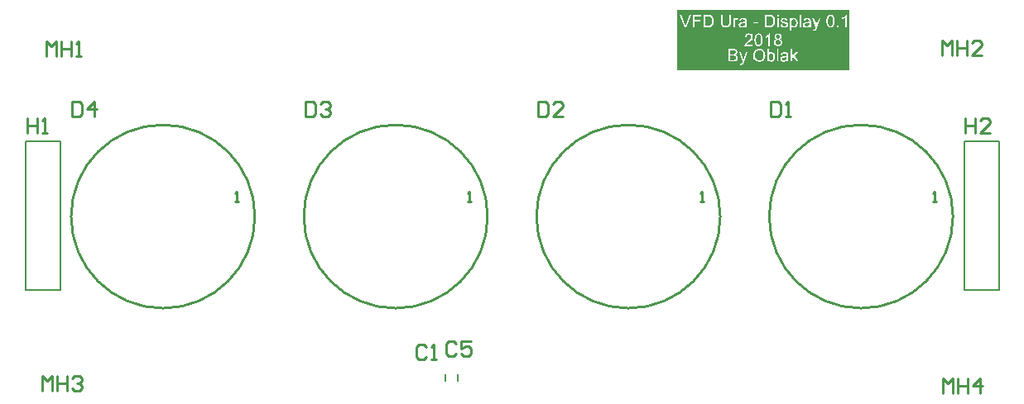
<source format=gto>
G04*
G04 #@! TF.GenerationSoftware,Altium Limited,Altium Designer,18.0.9 (584)*
G04*
G04 Layer_Color=65535*
%FSLAX25Y25*%
%MOIN*%
G70*
G01*
G75*
%ADD10C,0.01000*%
%ADD11C,0.00591*%
%ADD12C,0.00787*%
G36*
X332677Y173304D02*
Y167141D01*
Y157480D01*
X263386D01*
Y167141D01*
D01*
Y173304D01*
Y181890D01*
X332677D01*
Y173304D01*
D02*
G37*
%LPC*%
G36*
X331653Y179850D02*
X331252D01*
X331179Y179726D01*
X331099Y179610D01*
X331004Y179493D01*
X330917Y179391D01*
X330829Y179304D01*
X330764Y179231D01*
X330734Y179209D01*
X330713Y179187D01*
X330705Y179180D01*
X330698Y179172D01*
X330545Y179048D01*
X330392Y178932D01*
X330246Y178830D01*
X330100Y178749D01*
X329976Y178676D01*
X329925Y178647D01*
X329882Y178626D01*
X329845Y178604D01*
X329816Y178596D01*
X329801Y178582D01*
X329794D01*
Y179850D01*
Y177984D01*
X329903Y178028D01*
X330013Y178079D01*
X330122Y178130D01*
X330224Y178181D01*
X330312Y178225D01*
X330384Y178261D01*
X330428Y178290D01*
X330436Y178297D01*
X330443D01*
X330574Y178378D01*
X330691Y178458D01*
X330793Y178531D01*
X330873Y178596D01*
X330946Y178647D01*
X330990Y178691D01*
X331026Y178720D01*
X331033Y178728D01*
Y174784D01*
X329794D01*
X331653D01*
Y179850D01*
D02*
G37*
G36*
X310410Y178523D02*
X310330D01*
X310198Y178516D01*
X310082Y178502D01*
X309980Y178480D01*
X309892Y178451D01*
X309819Y178421D01*
X309761Y178400D01*
X309732Y178385D01*
X309717Y178378D01*
X309630Y178319D01*
X309542Y178254D01*
X309470Y178188D01*
X309404Y178115D01*
X309346Y178057D01*
X309309Y178006D01*
X309280Y177977D01*
X309273Y177962D01*
Y178443D01*
X308711D01*
Y173384D01*
X311882D01*
X309331D01*
Y175163D01*
X309389Y175090D01*
X309455Y175024D01*
X309528Y174966D01*
X309586Y174922D01*
X309645Y174878D01*
X309688Y174849D01*
X309725Y174835D01*
X309732Y174827D01*
X309827Y174784D01*
X309922Y174755D01*
X310016Y174733D01*
X310104Y174718D01*
X310177Y174711D01*
X310235Y174704D01*
X310286D01*
X310439Y174711D01*
X310592Y174740D01*
X310723Y174776D01*
X310847Y174820D01*
X310949Y174864D01*
X311022Y174900D01*
X311051Y174915D01*
X311073Y174929D01*
X311081Y174937D01*
X311088D01*
X311226Y175039D01*
X311343Y175148D01*
X311445Y175258D01*
X311525Y175367D01*
X311591Y175469D01*
X311642Y175549D01*
X311656Y175578D01*
X311671Y175600D01*
X311678Y175615D01*
Y175622D01*
X311744Y175797D01*
X311795Y175972D01*
X311831Y176140D01*
X311861Y176300D01*
X311875Y176431D01*
Y176489D01*
X311882Y176541D01*
Y176635D01*
X311875Y176825D01*
X311853Y177007D01*
X311824Y177167D01*
X311788Y177313D01*
X311751Y177430D01*
X311737Y177481D01*
X311722Y177525D01*
X311707Y177554D01*
X311700Y177576D01*
X311693Y177590D01*
Y177598D01*
X311620Y177751D01*
X311533Y177889D01*
X311445Y178006D01*
X311358Y178101D01*
X311277Y178173D01*
X311212Y178232D01*
X311168Y178261D01*
X311161Y178276D01*
X311154D01*
X311015Y178356D01*
X310876Y178421D01*
X310738Y178465D01*
X310607Y178494D01*
X310497Y178509D01*
X310446Y178516D01*
X310410Y178523D01*
D02*
G37*
G36*
X287381Y178523D02*
X287330D01*
X287250Y178516D01*
X287177Y178502D01*
X287104Y178480D01*
X287046Y178458D01*
X287002Y178436D01*
X286958Y178414D01*
X286936Y178400D01*
X286929Y178392D01*
X286863Y178334D01*
X286798Y178261D01*
X286732Y178173D01*
X286674Y178093D01*
X286615Y178013D01*
X286579Y177947D01*
X286550Y177896D01*
X286543Y177889D01*
Y178443D01*
X285981D01*
Y174784D01*
X287964D01*
D01*
X286601D01*
Y176694D01*
X286608Y176839D01*
X286615Y176971D01*
X286630Y177095D01*
X286652Y177204D01*
X286674Y177291D01*
X286688Y177357D01*
X286696Y177401D01*
X286703Y177415D01*
X286732Y177496D01*
X286768Y177561D01*
X286805Y177620D01*
X286841Y177671D01*
X286878Y177707D01*
X286900Y177736D01*
X286922Y177751D01*
X286929Y177758D01*
X286987Y177802D01*
X287053Y177831D01*
X287118Y177853D01*
X287169Y177867D01*
X287220Y177875D01*
X287257Y177882D01*
X287293D01*
X287373Y177875D01*
X287454Y177860D01*
X287534Y177838D01*
X287599Y177816D01*
X287658Y177794D01*
X287702Y177773D01*
X287731Y177758D01*
X287738Y177751D01*
X287964Y178319D01*
X287840Y178385D01*
X287723Y178436D01*
X287621Y178472D01*
X287527Y178502D01*
X287446Y178516D01*
X287381Y178523D01*
D02*
G37*
G36*
X306452Y178523D02*
X306276D01*
X306174Y178509D01*
X306087Y178502D01*
X306007Y178487D01*
X305941Y178472D01*
X305890Y178458D01*
X305861Y178451D01*
X305846Y178443D01*
X305759Y178414D01*
X305679Y178385D01*
X305613Y178356D01*
X305555Y178327D01*
X305511Y178305D01*
X305482Y178283D01*
X305460Y178276D01*
X305453Y178268D01*
X305380Y178217D01*
X305322Y178159D01*
X305271Y178093D01*
X305227Y178042D01*
X305190Y177991D01*
X305168Y177955D01*
X305154Y177926D01*
X305147Y177918D01*
X305110Y177838D01*
X305081Y177765D01*
X305066Y177685D01*
X305052Y177620D01*
X305045Y177554D01*
X305037Y177510D01*
Y177481D01*
Y177466D01*
X305045Y177364D01*
X305059Y177277D01*
X305081Y177189D01*
X305103Y177117D01*
X305125Y177058D01*
X305147Y177007D01*
X305161Y176978D01*
X305168Y176971D01*
X305227Y176891D01*
X305292Y176825D01*
X305358Y176767D01*
X305424Y176716D01*
X305482Y176679D01*
X305526Y176650D01*
X305555Y176635D01*
X305569Y176628D01*
X305620Y176606D01*
X305686Y176577D01*
X305832Y176526D01*
X305985Y176482D01*
X306145Y176431D01*
X306284Y176395D01*
X306349Y176373D01*
X306408Y176358D01*
X306452Y176344D01*
X306488Y176336D01*
X306510Y176329D01*
X306517D01*
X306612Y176307D01*
X306692Y176285D01*
X306765Y176263D01*
X306831Y176242D01*
X306889Y176227D01*
X306940Y176205D01*
X307027Y176176D01*
X307086Y176154D01*
X307122Y176132D01*
X307144Y176125D01*
X307151Y176118D01*
X307217Y176074D01*
X307261Y176016D01*
X307297Y175965D01*
X307319Y175914D01*
X307333Y175863D01*
X307341Y175826D01*
Y175797D01*
Y175790D01*
X307333Y175702D01*
X307312Y175629D01*
X307275Y175556D01*
X307239Y175498D01*
X307195Y175447D01*
X307166Y175411D01*
X307137Y175389D01*
X307129Y175381D01*
X307042Y175323D01*
X306947Y175287D01*
X306838Y175258D01*
X306736Y175236D01*
X306641Y175221D01*
X306568Y175214D01*
X306495D01*
X306342Y175221D01*
X306211Y175243D01*
X306101Y175272D01*
X306007Y175309D01*
X305934Y175345D01*
X305875Y175374D01*
X305846Y175396D01*
X305832Y175403D01*
X305752Y175484D01*
X305686Y175578D01*
X305642Y175673D01*
X305606Y175760D01*
X305577Y175841D01*
X305562Y175914D01*
X305547Y175957D01*
Y175965D01*
Y175972D01*
X304935Y175877D01*
X304986Y175673D01*
X305052Y175491D01*
X305132Y175345D01*
X305212Y175221D01*
X305285Y175119D01*
X305351Y175053D01*
X305394Y175010D01*
X305402Y175002D01*
X305409Y174995D01*
X305482Y174944D01*
X305562Y174900D01*
X305737Y174827D01*
X305919Y174776D01*
X306094Y174740D01*
X306174Y174725D01*
X306247Y174718D01*
X306320Y174711D01*
X306379D01*
X306430Y174704D01*
X304935D01*
D01*
X307975D01*
D01*
X306495D01*
X306656Y174711D01*
X306794Y174725D01*
X306925Y174747D01*
X307042Y174776D01*
X307137Y174805D01*
X307210Y174827D01*
X307253Y174842D01*
X307261Y174849D01*
X307268D01*
X307392Y174915D01*
X307494Y174980D01*
X307581Y175053D01*
X307662Y175119D01*
X307720Y175177D01*
X307756Y175228D01*
X307786Y175258D01*
X307793Y175272D01*
X307851Y175374D01*
X307895Y175484D01*
X307931Y175578D01*
X307953Y175666D01*
X307968Y175746D01*
X307975Y175804D01*
Y175855D01*
D01*
X307968Y175972D01*
X307953Y176074D01*
X307924Y176162D01*
X307902Y176242D01*
X307873Y176307D01*
X307844Y176351D01*
X307829Y176380D01*
X307822Y176388D01*
X307764Y176460D01*
X307698Y176526D01*
X307632Y176584D01*
X307567Y176628D01*
X307501Y176664D01*
X307457Y176686D01*
X307428Y176701D01*
X307414Y176708D01*
X307363Y176730D01*
X307304Y176752D01*
X307166Y176803D01*
X307013Y176854D01*
X306860Y176898D01*
X306721Y176942D01*
X306656Y176956D01*
X306605Y176971D01*
X306561Y176985D01*
X306524Y176992D01*
X306503Y177000D01*
X306495D01*
X306415Y177022D01*
X306342Y177044D01*
X306276Y177058D01*
X306218Y177080D01*
X306123Y177102D01*
X306050Y177124D01*
X305999Y177146D01*
X305970Y177153D01*
X305956Y177160D01*
X305948D01*
X305890Y177189D01*
X305839Y177211D01*
X305795Y177240D01*
X305766Y177262D01*
X305737Y177284D01*
X305722Y177306D01*
X305715Y177313D01*
X305708Y177321D01*
X305664Y177393D01*
X305642Y177466D01*
Y177496D01*
X305635Y177517D01*
Y177532D01*
Y177539D01*
X305642Y177605D01*
X305664Y177671D01*
X305693Y177729D01*
X305730Y177773D01*
X305759Y177816D01*
X305788Y177846D01*
X305810Y177860D01*
X305817Y177867D01*
X305897Y177918D01*
X305992Y177955D01*
X306094Y177977D01*
X306189Y177999D01*
X306284Y178006D01*
X306357Y178013D01*
X306430D01*
X306554Y178006D01*
X306670Y177991D01*
X306765Y177962D01*
X306838Y177933D01*
X306903Y177904D01*
X306947Y177875D01*
X306976Y177860D01*
X306984Y177853D01*
X307056Y177787D01*
X307107Y177714D01*
X307151Y177641D01*
X307188Y177576D01*
X307210Y177510D01*
X307224Y177459D01*
X307231Y177430D01*
Y177415D01*
X307837Y177496D01*
X307807Y177620D01*
X307778Y177729D01*
X307742Y177824D01*
X307705Y177911D01*
X307669Y177969D01*
X307640Y178020D01*
X307625Y178050D01*
X307618Y178057D01*
X307552Y178130D01*
X307479Y178195D01*
X307399Y178254D01*
X307319Y178305D01*
X307246Y178341D01*
X307188Y178370D01*
X307151Y178385D01*
X307144Y178392D01*
X307137D01*
X307013Y178436D01*
X306882Y178465D01*
X306758Y178494D01*
X306641Y178509D01*
X306532Y178516D01*
X306452Y178523D01*
D02*
G37*
G36*
X295888Y176920D02*
X293971D01*
Y176300D01*
X295888D01*
Y176920D01*
D02*
G37*
G36*
X289962Y178523D02*
X289881D01*
X289706Y178516D01*
X289553Y178502D01*
X289407Y178480D01*
X289291Y178458D01*
X289189Y178436D01*
X289116Y178414D01*
X289087Y178407D01*
X289065Y178400D01*
X289057Y178392D01*
X289050D01*
X288926Y178341D01*
X288817Y178276D01*
X288722Y178217D01*
X288642Y178159D01*
X288584Y178101D01*
X288540Y178057D01*
X288511Y178028D01*
X288504Y178020D01*
X288438Y177926D01*
X288380Y177824D01*
X288336Y177722D01*
X288299Y177627D01*
X288270Y177532D01*
X288248Y177466D01*
X288241Y177437D01*
Y177415D01*
X288234Y177408D01*
Y177401D01*
X288839Y177321D01*
X288882Y177452D01*
X288926Y177568D01*
X288977Y177663D01*
X289021Y177736D01*
X289065Y177794D01*
X289101Y177831D01*
X289130Y177853D01*
X289138Y177860D01*
X289225Y177911D01*
X289327Y177947D01*
X289437Y177977D01*
X289539Y177991D01*
X289641Y178006D01*
X289714Y178013D01*
X289787D01*
X289954Y178006D01*
X290100Y177984D01*
X290217Y177947D01*
X290319Y177911D01*
X290392Y177867D01*
X290450Y177838D01*
X290486Y177809D01*
X290494Y177802D01*
X290552Y177736D01*
X290596Y177656D01*
X290632Y177568D01*
X290654Y177481D01*
X290669Y177401D01*
X290676Y177328D01*
Y177284D01*
Y177277D01*
Y177270D01*
Y177255D01*
Y177226D01*
Y177175D01*
X290669Y177131D01*
Y177117D01*
Y177109D01*
X290596Y177087D01*
X290515Y177065D01*
X290348Y177022D01*
X290158Y176985D01*
X289983Y176949D01*
X289896Y176934D01*
X289816Y176927D01*
X289743Y176912D01*
X289685Y176905D01*
X289633Y176898D01*
X289597D01*
X289568Y176891D01*
X289561D01*
X289429Y176876D01*
X289320Y176854D01*
X289225Y176839D01*
X289152Y176825D01*
X289094Y176818D01*
X289050Y176803D01*
X289021Y176796D01*
X289014D01*
X288919Y176767D01*
X288839Y176737D01*
X288759Y176701D01*
X288693Y176672D01*
X288635Y176643D01*
X288598Y176613D01*
X288569Y176599D01*
X288562Y176592D01*
X288489Y176541D01*
X288431Y176482D01*
X288372Y176424D01*
X288329Y176366D01*
X288292Y176315D01*
X288263Y176271D01*
X288248Y176242D01*
X288241Y176234D01*
X288205Y176154D01*
X288175Y176067D01*
X288154Y175987D01*
X288139Y175906D01*
X288132Y175841D01*
X288124Y175790D01*
Y175790D01*
Y175790D01*
Y174704D01*
X291492D01*
D01*
X289371D01*
X289502Y174711D01*
X289633Y174725D01*
X289750Y174740D01*
X289852Y174762D01*
X289932Y174784D01*
X289998Y174805D01*
X290042Y174813D01*
X290056Y174820D01*
X290180Y174871D01*
X290297Y174937D01*
X290406Y175010D01*
X290515Y175075D01*
X290603Y175141D01*
X290669Y175192D01*
X290712Y175228D01*
X290720Y175243D01*
X290727D01*
X290741Y175148D01*
X290756Y175061D01*
X290771Y174980D01*
X290792Y174915D01*
X290814Y174857D01*
X290829Y174820D01*
X290836Y174791D01*
X290844Y174784D01*
X291492D01*
X291456Y174864D01*
X291420Y174944D01*
X291390Y175017D01*
X291376Y175083D01*
X291354Y175141D01*
X291347Y175185D01*
X291339Y175214D01*
Y175221D01*
X291332Y175272D01*
X291325Y175338D01*
Y175411D01*
X291317Y175491D01*
X291310Y175673D01*
Y175855D01*
X291303Y176030D01*
Y176110D01*
Y176176D01*
Y176234D01*
Y176278D01*
Y176307D01*
Y176315D01*
Y177146D01*
Y177284D01*
X291296Y177408D01*
X291288Y177503D01*
Y177583D01*
X291281Y177641D01*
X291274Y177685D01*
X291266Y177707D01*
Y177714D01*
X291245Y177809D01*
X291215Y177889D01*
X291186Y177955D01*
X291150Y178020D01*
X291121Y178064D01*
X291099Y178101D01*
X291084Y178122D01*
X291077Y178130D01*
X291019Y178188D01*
X290953Y178246D01*
X290880Y178290D01*
X290807Y178334D01*
X290741Y178363D01*
X290690Y178385D01*
X290654Y178400D01*
X290639Y178407D01*
X290523Y178443D01*
X290399Y178472D01*
X290275Y178494D01*
X290151Y178509D01*
X290042Y178516D01*
X289962Y178523D01*
D02*
G37*
G36*
X321119Y178443D02*
X320499D01*
X319712Y176307D01*
X319654Y176154D01*
X319610Y176008D01*
X319559Y175863D01*
X319522Y175739D01*
X319493Y175629D01*
X319479Y175586D01*
X319471Y175549D01*
X319464Y175520D01*
X319457Y175498D01*
X319449Y175484D01*
Y175476D01*
X319406Y175644D01*
X319362Y175797D01*
X319318Y175943D01*
X319275Y176067D01*
X319238Y176169D01*
X319223Y176213D01*
X319209Y176249D01*
X319202Y176285D01*
X319194Y176307D01*
X319187Y176315D01*
Y176322D01*
X318422Y178443D01*
X317765D01*
X319151Y174784D01*
X319122Y174718D01*
X319107Y174667D01*
X319092Y174638D01*
Y174631D01*
X319049Y174507D01*
X319005Y174405D01*
X318976Y174317D01*
X318947Y174259D01*
X318932Y174215D01*
X318917Y174186D01*
X318903Y174171D01*
Y174164D01*
X318845Y174084D01*
X318779Y174025D01*
X318750Y174004D01*
X318728Y173989D01*
X318713Y173975D01*
X318706D01*
X318655Y173953D01*
X318604Y173931D01*
X318495Y173909D01*
X318451D01*
X318414Y173902D01*
X318378D01*
X318261Y173909D01*
X318145Y173931D01*
X318101Y173945D01*
X318064Y173953D01*
X318035Y173960D01*
X318028D01*
X318094Y173384D01*
X318174Y173355D01*
X318247Y173340D01*
X318312Y173326D01*
X318371Y173311D01*
X318422D01*
X318458Y173304D01*
X317765D01*
X321119D01*
D01*
X318487D01*
X318597Y173311D01*
X318691Y173326D01*
X318779Y173347D01*
X318852Y173377D01*
X318917Y173406D01*
X318961Y173428D01*
X318990Y173442D01*
X318998Y173450D01*
X319078Y173508D01*
X319143Y173581D01*
X319209Y173654D01*
X319267Y173727D01*
X319311Y173792D01*
X319348Y173843D01*
X319369Y173880D01*
X319377Y173894D01*
X319398Y173945D01*
X319428Y173996D01*
X319486Y174120D01*
X319544Y174259D01*
X319595Y174397D01*
X319646Y174521D01*
X319668Y174580D01*
X319690Y174631D01*
X319705Y174667D01*
X319719Y174696D01*
X319726Y174718D01*
Y174725D01*
X321119Y178443D01*
D02*
G37*
G36*
X269017Y179828D02*
X268339D01*
X266969Y176162D01*
X266911Y176008D01*
X266860Y175863D01*
X266816Y175724D01*
X266779Y175600D01*
X266743Y175491D01*
X266721Y175411D01*
X266714Y175381D01*
X266706Y175360D01*
X266699Y175345D01*
Y175338D01*
X266612Y175629D01*
X266568Y175768D01*
X266524Y175892D01*
X266488Y176001D01*
X266473Y176045D01*
X266466Y176089D01*
X266451Y176118D01*
X266444Y176140D01*
X266437Y176154D01*
Y176162D01*
X265124Y179828D01*
X264395D01*
X266349Y174784D01*
X264395D01*
X269017D01*
D01*
X267049D01*
X269017Y179828D01*
D02*
G37*
G36*
X284953D02*
X284283D01*
Y176912D01*
Y176745D01*
X284268Y176584D01*
X284253Y176446D01*
X284231Y176315D01*
X284210Y176198D01*
X284180Y176089D01*
X284159Y175994D01*
X284130Y175914D01*
X284100Y175848D01*
X284071Y175782D01*
X284042Y175739D01*
X284020Y175695D01*
X283998Y175666D01*
X283984Y175644D01*
X283976Y175637D01*
X283969Y175629D01*
X283904Y175571D01*
X283831Y175520D01*
X283670Y175440D01*
X283503Y175381D01*
X283328Y175345D01*
X283167Y175316D01*
X283102Y175309D01*
X283036D01*
X282992Y175301D01*
X282919D01*
X282766Y175309D01*
X282628Y175330D01*
X282497Y175352D01*
X282395Y175389D01*
X282307Y175418D01*
X282241Y175440D01*
X282205Y175462D01*
X282190Y175469D01*
X282088Y175534D01*
X282001Y175615D01*
X281928Y175695D01*
X281877Y175768D01*
X281833Y175841D01*
X281797Y175892D01*
X281782Y175928D01*
X281775Y175943D01*
X281753Y176008D01*
X281738Y176074D01*
X281709Y176227D01*
X281687Y176388D01*
X281673Y176548D01*
X281665Y176686D01*
Y176752D01*
X281658Y176803D01*
Y176847D01*
Y176883D01*
Y176905D01*
Y176912D01*
Y179828D01*
X280988D01*
Y174696D01*
X284953D01*
Y179828D01*
D02*
G37*
G36*
X328416Y175491D02*
X327709D01*
Y174784D01*
X328416D01*
Y175491D01*
D02*
G37*
G36*
X317357Y178523D02*
X315746D01*
X315571Y178516D01*
X315418Y178502D01*
X315272Y178480D01*
X315156Y178458D01*
X315054Y178436D01*
X314981Y178414D01*
X314952Y178407D01*
X314930Y178400D01*
X314922Y178392D01*
X314915D01*
X314791Y178341D01*
X314682Y178276D01*
X314587Y178217D01*
X314507Y178159D01*
X314449Y178101D01*
X314405Y178057D01*
X314376Y178028D01*
X314368Y178020D01*
X314303Y177926D01*
X314245Y177824D01*
X314201Y177722D01*
X314164Y177627D01*
X314135Y177532D01*
X314113Y177466D01*
X314106Y177437D01*
Y177415D01*
X314099Y177408D01*
Y177401D01*
X314704Y177321D01*
X314748Y177452D01*
X314791Y177568D01*
X314842Y177663D01*
X314886Y177736D01*
X314930Y177794D01*
X314966Y177831D01*
X314995Y177853D01*
X315003Y177860D01*
X315090Y177911D01*
X315192Y177947D01*
X315301Y177977D01*
X315404Y177991D01*
X315506Y178006D01*
X315579Y178013D01*
X315651D01*
X315819Y178006D01*
X315965Y177984D01*
X316082Y177947D01*
X316184Y177911D01*
X316256Y177867D01*
X316315Y177838D01*
X316351Y177809D01*
X316359Y177802D01*
X316417Y177736D01*
X316461Y177656D01*
X316497Y177568D01*
X316519Y177481D01*
X316533Y177401D01*
X316541Y177328D01*
Y177284D01*
Y177277D01*
Y177270D01*
Y177255D01*
Y177226D01*
Y177175D01*
X316533Y177131D01*
Y177117D01*
Y177109D01*
X316461Y177087D01*
X316380Y177065D01*
X316213Y177022D01*
X316023Y176985D01*
X315848Y176949D01*
X315761Y176934D01*
X315681Y176927D01*
X315608Y176912D01*
X315549Y176905D01*
X315498Y176898D01*
X315462D01*
X315433Y176891D01*
X315425D01*
X315294Y176876D01*
X315185Y176854D01*
X315090Y176839D01*
X315017Y176825D01*
X314959Y176818D01*
X314915Y176803D01*
X314886Y176796D01*
X314879D01*
X314784Y176767D01*
X314704Y176737D01*
X314623Y176701D01*
X314558Y176672D01*
X314500Y176643D01*
X314463Y176613D01*
X314434Y176599D01*
X314427Y176592D01*
X314354Y176541D01*
X314296Y176482D01*
X314237Y176424D01*
X314193Y176366D01*
X314157Y176315D01*
X314128Y176271D01*
X314113Y176242D01*
X314106Y176234D01*
X314070Y176154D01*
X314040Y176067D01*
X314019Y175987D01*
X314004Y175906D01*
X313997Y175841D01*
X313989Y175790D01*
Y174704D01*
Y175746D01*
X313997Y175659D01*
X314004Y175586D01*
X314040Y175433D01*
X314091Y175309D01*
X314150Y175199D01*
X314208Y175112D01*
X314259Y175046D01*
X314296Y175010D01*
X314310Y174995D01*
X314441Y174900D01*
X314587Y174827D01*
X314748Y174776D01*
X314893Y174740D01*
X315024Y174718D01*
X315083Y174711D01*
X315134D01*
X315178Y174704D01*
X313989D01*
X317357D01*
D01*
X315236D01*
X315367Y174711D01*
X315498Y174725D01*
X315615Y174740D01*
X315717Y174762D01*
X315797Y174784D01*
X315863Y174805D01*
X315907Y174813D01*
X315921Y174820D01*
X316045Y174871D01*
X316162Y174937D01*
X316271Y175010D01*
X316380Y175075D01*
X316468Y175141D01*
X316533Y175192D01*
X316577Y175228D01*
X316584Y175243D01*
X316592D01*
X316606Y175148D01*
X316621Y175061D01*
X316636Y174980D01*
X316657Y174915D01*
X316679Y174857D01*
X316694Y174820D01*
X316701Y174791D01*
X316708Y174784D01*
X317357D01*
X317321Y174864D01*
X317284Y174944D01*
X317255Y175017D01*
X317241Y175083D01*
X317219Y175141D01*
X317212Y175185D01*
X317204Y175214D01*
Y175221D01*
X317197Y175272D01*
X317190Y175338D01*
Y175411D01*
X317182Y175491D01*
X317175Y175673D01*
Y175855D01*
X317168Y176030D01*
Y176110D01*
Y176176D01*
Y176234D01*
Y176278D01*
Y176307D01*
Y176315D01*
Y177146D01*
Y177284D01*
X317161Y177408D01*
X317153Y177503D01*
Y177583D01*
X317146Y177641D01*
X317139Y177685D01*
X317131Y177707D01*
Y177714D01*
X317109Y177809D01*
X317080Y177889D01*
X317051Y177955D01*
X317015Y178020D01*
X316986Y178064D01*
X316964Y178101D01*
X316949Y178122D01*
X316942Y178130D01*
X316883Y178188D01*
X316818Y178246D01*
X316745Y178290D01*
X316672Y178334D01*
X316606Y178363D01*
X316555Y178385D01*
X316519Y178400D01*
X316504Y178407D01*
X316388Y178443D01*
X316264Y178472D01*
X316140Y178494D01*
X316016Y178509D01*
X315907Y178516D01*
X315826Y178523D01*
X317357D01*
D02*
G37*
G36*
X313238Y179828D02*
X312619D01*
Y174784D01*
X313238D01*
Y179828D01*
D02*
G37*
G36*
X304235D02*
X303616D01*
Y174784D01*
X304235D01*
Y178443D01*
D01*
X303616D01*
Y179121D01*
X304235D01*
Y179828D01*
D02*
G37*
G36*
X300547D02*
X298607D01*
Y174784D01*
X302777D01*
D01*
X300423D01*
X300590Y174791D01*
X300743Y174798D01*
X300882Y174813D01*
X300998Y174827D01*
X301101Y174842D01*
X301173Y174849D01*
X301195Y174857D01*
X301217Y174864D01*
X301232D01*
X301363Y174900D01*
X301480Y174944D01*
X301582Y174980D01*
X301669Y175024D01*
X301742Y175061D01*
X301793Y175090D01*
X301822Y175112D01*
X301837Y175119D01*
X301932Y175185D01*
X302012Y175265D01*
X302092Y175338D01*
X302158Y175411D01*
X302216Y175476D01*
X302260Y175527D01*
X302289Y175564D01*
X302296Y175578D01*
X302369Y175695D01*
X302442Y175819D01*
X302500Y175935D01*
X302544Y176052D01*
X302588Y176154D01*
X302617Y176234D01*
X302624Y176263D01*
X302631Y176285D01*
X302639Y176300D01*
Y176307D01*
X302682Y176482D01*
X302719Y176657D01*
X302741Y176825D01*
X302763Y176985D01*
X302770Y177124D01*
Y177182D01*
X302777Y177233D01*
Y177328D01*
X302770Y177576D01*
X302748Y177802D01*
X302712Y178006D01*
X302697Y178101D01*
X302675Y178181D01*
X302653Y178261D01*
X302639Y178327D01*
X302624Y178385D01*
X302602Y178436D01*
X302595Y178480D01*
X302580Y178509D01*
X302573Y178523D01*
Y178531D01*
X302493Y178720D01*
X302398Y178888D01*
X302296Y179034D01*
X302201Y179158D01*
X302114Y179260D01*
X302041Y179333D01*
X302012Y179355D01*
X301990Y179376D01*
X301983Y179384D01*
X301975Y179391D01*
X301859Y179486D01*
X301735Y179559D01*
X301611Y179624D01*
X301494Y179675D01*
X301392Y179712D01*
X301312Y179734D01*
X301283Y179748D01*
X301261D01*
X301246Y179755D01*
X301239D01*
X301115Y179777D01*
X300969Y179799D01*
X300824Y179814D01*
X300678Y179821D01*
X300547Y179828D01*
D02*
G37*
G36*
X275870Y179828D02*
X273931D01*
Y174784D01*
X275746D01*
X275914Y174791D01*
X276067Y174798D01*
X276205Y174813D01*
X276322Y174827D01*
X276424Y174842D01*
X276497Y174849D01*
X276519Y174857D01*
X276541Y174864D01*
X276555D01*
X276686Y174900D01*
X276803Y174944D01*
X276905Y174980D01*
X276993Y175024D01*
X277065Y175061D01*
X277116Y175090D01*
X277146Y175112D01*
X277160Y175119D01*
X277255Y175185D01*
X277335Y175265D01*
X277415Y175338D01*
X277481Y175411D01*
X277539Y175476D01*
X277583Y175527D01*
X277612Y175564D01*
X277620Y175578D01*
X277692Y175695D01*
X277765Y175819D01*
X277824Y175935D01*
X277867Y176052D01*
X277911Y176154D01*
X277940Y176234D01*
X277948Y176263D01*
X277955Y176285D01*
X277962Y176300D01*
Y176307D01*
X278006Y176482D01*
X278042Y176657D01*
X278064Y176825D01*
X278086Y176985D01*
X278093Y177124D01*
Y177182D01*
X278101Y177233D01*
Y177328D01*
X278093Y177576D01*
X278071Y177802D01*
X278035Y178006D01*
X278020Y178101D01*
X277999Y178181D01*
X277977Y178261D01*
X277962Y178327D01*
X277948Y178385D01*
X277926Y178436D01*
X277918Y178480D01*
X277904Y178509D01*
X277896Y178523D01*
Y178531D01*
X277816Y178720D01*
X277722Y178888D01*
X277620Y179034D01*
X277525Y179158D01*
X277437Y179260D01*
X277364Y179333D01*
X277335Y179355D01*
X277313Y179376D01*
X277306Y179384D01*
X277299Y179391D01*
X277182Y179486D01*
X277058Y179559D01*
X276934Y179624D01*
X276818Y179675D01*
X276715Y179712D01*
X276635Y179734D01*
X276606Y179748D01*
X276584D01*
X276570Y179755D01*
X276562D01*
X276438Y179777D01*
X276293Y179799D01*
X276147Y179814D01*
X276001Y179821D01*
X275870Y179828D01*
D02*
G37*
G36*
X273063D02*
X269652D01*
Y174784D01*
X270322D01*
Y177073D01*
X272691D01*
Y177671D01*
X270322D01*
Y179231D01*
X273063D01*
Y179828D01*
D02*
G37*
G36*
X325150Y179850D02*
X325085D01*
X324888Y179836D01*
X324706Y179806D01*
X324552Y179755D01*
X324421Y179704D01*
X324312Y179646D01*
X324268Y179624D01*
X324232Y179595D01*
X324203Y179580D01*
X324181Y179566D01*
X324173Y179551D01*
X324166D01*
X324035Y179435D01*
X323926Y179296D01*
X323831Y179158D01*
X323758Y179026D01*
X323700Y178902D01*
X323670Y178851D01*
X323656Y178800D01*
X323641Y178764D01*
X323627Y178735D01*
X323619Y178720D01*
Y178713D01*
X323590Y178604D01*
X323561Y178494D01*
X323517Y178254D01*
X323481Y178013D01*
X323459Y177787D01*
X323452Y177678D01*
X323444Y177583D01*
Y177496D01*
X323437Y177415D01*
Y177270D01*
X323444Y177014D01*
X323459Y176774D01*
X323481Y176555D01*
X323517Y176351D01*
X323554Y176162D01*
X323598Y175994D01*
X323641Y175841D01*
X323685Y175709D01*
X323729Y175593D01*
X323780Y175491D01*
X323816Y175403D01*
X323853Y175338D01*
X323889Y175279D01*
X323911Y175243D01*
X323926Y175221D01*
X323933Y175214D01*
X324013Y175126D01*
X324100Y175046D01*
X324195Y174973D01*
X324290Y174915D01*
X324385Y174864D01*
X324480Y174820D01*
X324574Y174791D01*
X324662Y174762D01*
X324749Y174740D01*
X324830Y174725D01*
X324902Y174711D01*
X324961Y174704D01*
X325012Y174696D01*
X323437D01*
X325085D01*
X325282Y174711D01*
X325464Y174740D01*
X325617Y174791D01*
X325748Y174842D01*
X325857Y174893D01*
X325894Y174922D01*
X325930Y174944D01*
X325959Y174959D01*
X325981Y174973D01*
X325989Y174988D01*
X325996D01*
X326127Y175112D01*
X326237Y175243D01*
X326331Y175389D01*
X326404Y175520D01*
X326463Y175644D01*
X326492Y175695D01*
X326506Y175746D01*
X326521Y175782D01*
X326535Y175812D01*
X326543Y175826D01*
Y175833D01*
X326579Y175943D01*
X326608Y176052D01*
X326652Y176285D01*
X326689Y176526D01*
X326710Y176759D01*
X326718Y176861D01*
X326725Y176956D01*
Y177044D01*
X326732Y177124D01*
Y177415D01*
Y177408D01*
X326725Y177539D01*
Y177656D01*
X326718Y177773D01*
X326703Y177875D01*
X326696Y177977D01*
X326689Y178064D01*
X326674Y178144D01*
X326667Y178217D01*
X326652Y178283D01*
X326645Y178334D01*
X326638Y178378D01*
X326630Y178414D01*
X326623Y178436D01*
X326616Y178451D01*
Y178458D01*
X326572Y178618D01*
X326521Y178764D01*
X326463Y178888D01*
X326419Y178997D01*
X326368Y179092D01*
X326339Y179158D01*
X326309Y179194D01*
X326302Y179209D01*
X326222Y179318D01*
X326142Y179413D01*
X326054Y179493D01*
X325974Y179566D01*
X325901Y179617D01*
X325843Y179653D01*
X325806Y179675D01*
X325799Y179683D01*
X325792D01*
X325675Y179741D01*
X325551Y179777D01*
X325435Y179806D01*
X325325Y179828D01*
X325231Y179843D01*
X325150Y179850D01*
D02*
G37*
G36*
X293800Y172295D02*
Y167826D01*
X291314Y167826D01*
X291401Y167950D01*
X291445Y168001D01*
X291481Y168052D01*
X291518Y168096D01*
X291547Y168125D01*
X291569Y168147D01*
X291576Y168154D01*
X291613Y168191D01*
X291656Y168227D01*
X291758Y168322D01*
X291875Y168431D01*
X291999Y168541D01*
X292116Y168635D01*
X292167Y168679D01*
X292210Y168723D01*
X292247Y168752D01*
X292276Y168774D01*
X292291Y168788D01*
X292298Y168796D01*
X292415Y168898D01*
X292531Y168992D01*
X292633Y169087D01*
X292728Y169167D01*
X292815Y169248D01*
X292888Y169320D01*
X292961Y169386D01*
X293020Y169445D01*
X293078Y169503D01*
X293122Y169546D01*
X293158Y169583D01*
X293195Y169619D01*
X293231Y169663D01*
X293246Y169678D01*
X293348Y169802D01*
X293435Y169911D01*
X293508Y170020D01*
X293566Y170108D01*
X293610Y170188D01*
X293639Y170246D01*
X293654Y170283D01*
X293661Y170297D01*
X293705Y170407D01*
X293734Y170516D01*
X293763Y170618D01*
X293778Y170706D01*
X293785Y170786D01*
X293792Y170844D01*
Y170881D01*
Y170895D01*
X293785Y171004D01*
X293771Y171107D01*
X293756Y171209D01*
X293727Y171296D01*
X293654Y171471D01*
X293581Y171610D01*
X293537Y171675D01*
X293501Y171726D01*
X293464Y171777D01*
X293428Y171814D01*
X293399Y171843D01*
X293384Y171872D01*
X293370Y171879D01*
X293362Y171887D01*
X293282Y171959D01*
X293195Y172025D01*
X293100Y172076D01*
X293005Y172120D01*
X292815Y172193D01*
X292626Y172244D01*
X292546Y172258D01*
X292466Y172273D01*
X292393Y172280D01*
X292334Y172288D01*
X292283Y172295D01*
X292210D01*
X292079Y172288D01*
X291955Y172280D01*
X291839Y172258D01*
X291729Y172237D01*
X291627Y172207D01*
X291532Y172178D01*
X291445Y172142D01*
X291365Y172105D01*
X291292Y172069D01*
X291234Y172032D01*
X291182Y172003D01*
X291139Y171974D01*
X291102Y171952D01*
X291080Y171930D01*
X291066Y171923D01*
X291059Y171916D01*
X290986Y171843D01*
X290920Y171763D01*
X290855Y171675D01*
X290804Y171588D01*
X290716Y171413D01*
X290658Y171238D01*
X290636Y171158D01*
X290614Y171077D01*
X290599Y171012D01*
X290585Y170954D01*
X290578Y170903D01*
Y170866D01*
X290570Y170844D01*
Y170837D01*
X291204Y170771D01*
X291219Y170939D01*
X291248Y171085D01*
X291292Y171216D01*
X291343Y171318D01*
X291387Y171405D01*
X291430Y171464D01*
X291460Y171500D01*
X291474Y171515D01*
X291583Y171602D01*
X291700Y171668D01*
X291824Y171719D01*
X291933Y171748D01*
X292036Y171770D01*
X292123Y171777D01*
X292152Y171785D01*
X292196D01*
X292349Y171777D01*
X292488Y171748D01*
X292604Y171704D01*
X292706Y171661D01*
X292786Y171610D01*
X292837Y171573D01*
X292874Y171544D01*
X292888Y171529D01*
X292976Y171427D01*
X293041Y171325D01*
X293092Y171223D01*
X293122Y171121D01*
X293144Y171041D01*
X293151Y170968D01*
X293158Y170924D01*
Y170917D01*
Y170910D01*
X293144Y170779D01*
X293114Y170640D01*
X293063Y170516D01*
X293012Y170399D01*
X292954Y170305D01*
X292903Y170224D01*
X292888Y170195D01*
X292874Y170174D01*
X292859Y170166D01*
Y170159D01*
X292801Y170079D01*
X292728Y169999D01*
X292648Y169911D01*
X292560Y169824D01*
X292378Y169649D01*
X292196Y169474D01*
X292101Y169393D01*
X292021Y169320D01*
X291941Y169255D01*
X291875Y169197D01*
X291824Y169153D01*
X291780Y169116D01*
X291751Y169095D01*
X291744Y169087D01*
X291562Y168934D01*
X291394Y168788D01*
X291255Y168657D01*
X291146Y168548D01*
X291051Y168453D01*
X290986Y168387D01*
X290949Y168344D01*
X290935Y168336D01*
Y168329D01*
X290833Y168205D01*
X290752Y168088D01*
X290680Y167972D01*
X290621Y167870D01*
X290578Y167782D01*
X290548Y167717D01*
X290534Y167673D01*
X290527Y167666D01*
Y167658D01*
X290497Y167578D01*
X290483Y167505D01*
X290468Y167432D01*
X290461Y167367D01*
X290454Y167308D01*
Y167308D01*
Y167228D01*
X293800Y167228D01*
Y172295D01*
D02*
G37*
G36*
X300718D02*
X298859D01*
Y170429D01*
X298968Y170472D01*
X299078Y170523D01*
X299187Y170574D01*
X299289Y170625D01*
X299377Y170669D01*
X299449Y170706D01*
X299493Y170735D01*
X299500Y170742D01*
X299508D01*
X299639Y170822D01*
X299756Y170903D01*
X299858Y170975D01*
X299938Y171041D01*
X300011Y171092D01*
X300055Y171136D01*
X300091Y171165D01*
X300098Y171172D01*
Y167228D01*
X300718D01*
Y172295D01*
D02*
G37*
G36*
X304013D02*
X303947D01*
X303831Y172288D01*
X303714Y172280D01*
X303510Y172237D01*
X303415Y172207D01*
X303328Y172178D01*
X303247Y172142D01*
X303175Y172105D01*
X303116Y172069D01*
X303058Y172032D01*
X303007Y172003D01*
X302971Y171974D01*
X302941Y171952D01*
X302920Y171930D01*
X302905Y171923D01*
X302898Y171916D01*
X302832Y171843D01*
X302766Y171770D01*
X302715Y171690D01*
X302672Y171610D01*
X302599Y171457D01*
X302555Y171311D01*
X302526Y171187D01*
X302519Y171128D01*
X302511Y171085D01*
X302504Y171041D01*
Y171012D01*
Y170997D01*
Y170990D01*
X302511Y170859D01*
X302533Y170735D01*
X302562Y170625D01*
X302599Y170531D01*
X302628Y170458D01*
X302657Y170399D01*
X302679Y170370D01*
X302686Y170356D01*
X302766Y170268D01*
X302854Y170188D01*
X302949Y170115D01*
X303043Y170057D01*
X303131Y170013D01*
X303197Y169984D01*
X303226Y169969D01*
X303247Y169962D01*
X303255Y169955D01*
X303262D01*
X303094Y169904D01*
X302956Y169838D01*
X302832Y169758D01*
X302730Y169685D01*
X302650Y169612D01*
X302591Y169554D01*
X302562Y169517D01*
X302548Y169510D01*
Y169503D01*
X302467Y169372D01*
X302402Y169233D01*
X302358Y169102D01*
X302329Y168971D01*
X302314Y168854D01*
X302307Y168803D01*
Y168759D01*
X302300Y168730D01*
Y168679D01*
X302307Y168562D01*
X302322Y168446D01*
X302344Y168336D01*
X302373Y168227D01*
X302446Y168045D01*
X302482Y167957D01*
X302526Y167884D01*
X302570Y167812D01*
X302606Y167753D01*
X302650Y167702D01*
X302679Y167658D01*
X302708Y167622D01*
X302730Y167600D01*
X302745Y167586D01*
X302752Y167578D01*
X302839Y167498D01*
X302934Y167432D01*
X303036Y167374D01*
X303138Y167323D01*
X303233Y167287D01*
X303335Y167250D01*
X303532Y167199D01*
X303619Y167177D01*
X303699Y167163D01*
X303772Y167155D01*
X303838Y167148D01*
X303889Y167141D01*
X302300D01*
D01*
X305624D01*
D01*
X303962D01*
X304100Y167148D01*
X304224Y167163D01*
X304348Y167185D01*
X304465Y167206D01*
X304567Y167243D01*
X304669Y167279D01*
X304764Y167316D01*
X304844Y167359D01*
X304917Y167403D01*
X304982Y167440D01*
X305034Y167476D01*
X305085Y167513D01*
X305121Y167534D01*
X305143Y167556D01*
X305157Y167571D01*
X305165Y167578D01*
X305245Y167666D01*
X305318Y167753D01*
X305376Y167841D01*
X305427Y167935D01*
X305478Y168023D01*
X305515Y168118D01*
X305566Y168285D01*
X305588Y168366D01*
X305602Y168438D01*
X305609Y168504D01*
X305617Y168555D01*
X305624Y168599D01*
Y168664D01*
X305617Y168832D01*
X305588Y168985D01*
X305544Y169124D01*
X305500Y169240D01*
X305456Y169335D01*
X305413Y169408D01*
X305383Y169452D01*
X305376Y169459D01*
Y169466D01*
X305274Y169583D01*
X305165Y169685D01*
X305048Y169765D01*
X304939Y169838D01*
X304837Y169889D01*
X304749Y169926D01*
X304720Y169940D01*
X304698Y169948D01*
X304684Y169955D01*
X304676D01*
X304808Y170013D01*
X304917Y170079D01*
X305012Y170144D01*
X305092Y170210D01*
X305150Y170268D01*
X305194Y170312D01*
X305223Y170341D01*
X305230Y170356D01*
X305296Y170458D01*
X305340Y170560D01*
X305376Y170662D01*
X305398Y170764D01*
X305413Y170844D01*
X305420Y170910D01*
Y170954D01*
Y170961D01*
Y170968D01*
X305413Y171070D01*
X305405Y171165D01*
X305354Y171347D01*
X305289Y171508D01*
X305216Y171646D01*
X305143Y171755D01*
X305106Y171799D01*
X305077Y171843D01*
X305048Y171872D01*
X305026Y171894D01*
X305019Y171901D01*
X305012Y171908D01*
X304931Y171974D01*
X304851Y172040D01*
X304764Y172091D01*
X304676Y172134D01*
X304501Y172200D01*
X304326Y172244D01*
X304254Y172266D01*
X304181Y172273D01*
X304115Y172280D01*
X304057Y172288D01*
X304013Y172295D01*
D02*
G37*
G36*
X296176D02*
X296111D01*
X295914Y172280D01*
X295731Y172251D01*
X295578Y172200D01*
X295447Y172149D01*
X295338Y172091D01*
X295294Y172069D01*
X295258Y172040D01*
X295229Y172025D01*
X295207Y172011D01*
X295199Y171996D01*
X295192D01*
X295061Y171879D01*
X294952Y171741D01*
X294857Y171602D01*
X294784Y171471D01*
X294725Y171347D01*
X294696Y171296D01*
X294682Y171245D01*
X294667Y171209D01*
X294653Y171179D01*
X294645Y171165D01*
Y171158D01*
X294616Y171048D01*
X294587Y170939D01*
X294543Y170698D01*
X294507Y170458D01*
X294485Y170232D01*
X294478Y170122D01*
X294470Y170028D01*
Y169940D01*
X294463Y169860D01*
Y169714D01*
X294470Y169459D01*
X294485Y169219D01*
X294507Y169000D01*
X294543Y168796D01*
X294580Y168606D01*
X294623Y168438D01*
X294667Y168285D01*
X294711Y168154D01*
X294755Y168037D01*
X294806Y167935D01*
X294842Y167848D01*
X294879Y167782D01*
X294915Y167724D01*
X294937Y167688D01*
X294952Y167666D01*
X294959Y167658D01*
X295039Y167571D01*
X295126Y167491D01*
X295221Y167418D01*
X295316Y167359D01*
X295411Y167308D01*
X295505Y167265D01*
X295600Y167236D01*
X295688Y167206D01*
X295775Y167185D01*
X295855Y167170D01*
X295928Y167155D01*
X295987Y167148D01*
X296038Y167141D01*
X294463D01*
X296111D01*
X296307Y167155D01*
X296490Y167185D01*
X296643Y167236D01*
X296774Y167287D01*
X296883Y167338D01*
X296920Y167367D01*
X296956Y167389D01*
X296985Y167403D01*
X297007Y167418D01*
X297015Y167432D01*
X297022D01*
X297153Y167556D01*
X297262Y167688D01*
X297357Y167833D01*
X297430Y167965D01*
X297488Y168088D01*
X297518Y168140D01*
X297532Y168191D01*
X297547Y168227D01*
X297561Y168256D01*
X297569Y168271D01*
Y168278D01*
X297605Y168387D01*
X297634Y168497D01*
X297678Y168730D01*
X297714Y168971D01*
X297736Y169204D01*
X297744Y169306D01*
X297751Y169401D01*
Y169488D01*
X297758Y169568D01*
Y169853D01*
X297751Y169984D01*
Y170101D01*
X297744Y170217D01*
X297729Y170319D01*
X297722Y170421D01*
X297714Y170509D01*
X297700Y170589D01*
X297692Y170662D01*
X297678Y170728D01*
X297671Y170779D01*
X297663Y170822D01*
X297656Y170859D01*
X297649Y170881D01*
X297641Y170895D01*
Y170903D01*
X297598Y171063D01*
X297547Y171209D01*
X297488Y171333D01*
X297445Y171442D01*
X297394Y171537D01*
X297364Y171602D01*
X297335Y171639D01*
X297328Y171653D01*
X297248Y171763D01*
X297168Y171858D01*
X297080Y171938D01*
X297000Y172011D01*
X296927Y172062D01*
X296869Y172098D01*
X296832Y172120D01*
X296825Y172127D01*
X296818D01*
X296701Y172186D01*
X296577Y172222D01*
X296461Y172251D01*
X296351Y172273D01*
X296256Y172288D01*
X296176Y172295D01*
D02*
G37*
G36*
X291646Y164659D02*
X291026D01*
X290238Y162523D01*
X290180Y162370D01*
X290136Y162224D01*
X290085Y162079D01*
X290049Y161955D01*
X290020Y161845D01*
X290005Y161802D01*
X289998Y161765D01*
X289991Y161736D01*
X289983Y161714D01*
X289976Y161700D01*
Y161692D01*
X289932Y161860D01*
X289889Y162013D01*
X289845Y162159D01*
X289801Y162283D01*
X289765Y162385D01*
X289750Y162429D01*
X289736Y162465D01*
X289728Y162502D01*
X289721Y162523D01*
X289714Y162531D01*
Y162538D01*
X288948Y164659D01*
X288292D01*
X289677Y161000D01*
X289648Y160934D01*
X289633Y160883D01*
X289619Y160854D01*
Y160847D01*
X289575Y160723D01*
X289531Y160621D01*
X289502Y160533D01*
X289473Y160475D01*
X289458Y160431D01*
X289444Y160402D01*
X289429Y160387D01*
Y160380D01*
X289371Y160300D01*
X289305Y160242D01*
X289276Y160220D01*
X289254Y160205D01*
X289240Y160190D01*
X289232D01*
X289181Y160169D01*
X289130Y160147D01*
X289021Y160125D01*
X288977D01*
X288941Y160118D01*
X288904D01*
X288788Y160125D01*
X288671Y160147D01*
X288627Y160161D01*
X288591Y160169D01*
X288562Y160176D01*
X288555D01*
X288620Y159600D01*
X288700Y159571D01*
X288773Y159556D01*
X288839Y159542D01*
X288897Y159527D01*
X288948D01*
X288985Y159520D01*
X288292D01*
X291646D01*
X289014D01*
X289123Y159527D01*
X289218Y159542D01*
X289305Y159564D01*
X289378Y159593D01*
X289444Y159622D01*
X289488Y159644D01*
X289517Y159658D01*
X289524Y159666D01*
X289604Y159724D01*
X289670Y159797D01*
X289736Y159870D01*
X289794Y159943D01*
X289838Y160008D01*
X289874Y160059D01*
X289896Y160096D01*
X289903Y160110D01*
X289925Y160161D01*
X289954Y160212D01*
X290013Y160336D01*
X290071Y160475D01*
X290122Y160613D01*
X290173Y160737D01*
X290195Y160796D01*
X290217Y160847D01*
X290231Y160883D01*
X290246Y160912D01*
X290253Y160934D01*
Y160941D01*
X291646Y164659D01*
D02*
G37*
G36*
X309652Y166044D02*
X309032D01*
Y161000D01*
X312065D01*
D01*
X310519Y163296D01*
X311926Y164659D01*
X311117D01*
X309652Y163165D01*
Y166044D01*
D02*
G37*
G36*
X306736Y164740D02*
X306656D01*
X306481Y164732D01*
X306328Y164718D01*
X306182Y164696D01*
X306065Y164674D01*
X305963Y164652D01*
X305890Y164630D01*
X305861Y164623D01*
X305839Y164616D01*
X305832Y164608D01*
X305824D01*
X305701Y164557D01*
X305591Y164492D01*
X305497Y164433D01*
X305416Y164375D01*
X305358Y164317D01*
X305314Y164273D01*
X305285Y164244D01*
X305278Y164236D01*
X305212Y164142D01*
X305154Y164040D01*
X305110Y163938D01*
X305074Y163843D01*
X305045Y163748D01*
X305023Y163682D01*
X305015Y163653D01*
Y163631D01*
X305008Y163624D01*
Y163617D01*
X305613Y163537D01*
X305657Y163668D01*
X305701Y163785D01*
X305752Y163879D01*
X305795Y163952D01*
X305839Y164011D01*
X305875Y164047D01*
X305905Y164069D01*
X305912Y164076D01*
X305999Y164127D01*
X306101Y164164D01*
X306211Y164193D01*
X306313Y164207D01*
X306415Y164222D01*
X306488Y164229D01*
X306561D01*
X306729Y164222D01*
X306874Y164200D01*
X306991Y164164D01*
X307093Y164127D01*
X307166Y164083D01*
X307224Y164054D01*
X307261Y164025D01*
X307268Y164018D01*
X307326Y163952D01*
X307370Y163872D01*
X307406Y163785D01*
X307428Y163697D01*
X307443Y163617D01*
X307450Y163544D01*
Y163500D01*
Y163493D01*
Y163486D01*
Y163471D01*
Y163442D01*
Y163391D01*
X307443Y163347D01*
Y163332D01*
Y163325D01*
X307370Y163303D01*
X307290Y163282D01*
X307122Y163238D01*
X306933Y163201D01*
X306758Y163165D01*
X306670Y163150D01*
X306590Y163143D01*
X306517Y163128D01*
X306459Y163121D01*
X306408Y163114D01*
X306371D01*
X306342Y163107D01*
X306335D01*
X306204Y163092D01*
X306094Y163070D01*
X305999Y163056D01*
X305927Y163041D01*
X305868Y163034D01*
X305824Y163019D01*
X305795Y163012D01*
X305788D01*
X305693Y162983D01*
X305613Y162953D01*
X305533Y162917D01*
X305467Y162888D01*
X305409Y162859D01*
X305373Y162829D01*
X305343Y162815D01*
X305336Y162808D01*
X305263Y162757D01*
X305205Y162698D01*
X305147Y162640D01*
X305103Y162582D01*
X305066Y162531D01*
X305037Y162487D01*
X305023Y162458D01*
X305015Y162450D01*
X304979Y162370D01*
X304950Y162283D01*
X304928Y162203D01*
X304913Y162122D01*
X304906Y162057D01*
X304899Y162006D01*
Y160919D01*
X308267D01*
D01*
X306145D01*
X306276Y160927D01*
X306408Y160941D01*
X306524Y160956D01*
X306626Y160978D01*
X306707Y161000D01*
X306772Y161022D01*
X306816Y161029D01*
X306831Y161036D01*
X306955Y161087D01*
X307071Y161153D01*
X307181Y161226D01*
X307290Y161291D01*
X307377Y161357D01*
X307443Y161408D01*
X307487Y161444D01*
X307494Y161459D01*
X307501D01*
X307516Y161364D01*
X307530Y161277D01*
X307545Y161197D01*
X307567Y161131D01*
X307589Y161073D01*
X307603Y161036D01*
X307611Y161007D01*
X307618Y161000D01*
X308267D01*
D01*
X308230Y161080D01*
X308194Y161160D01*
X308165Y161233D01*
X308150Y161299D01*
X308128Y161357D01*
X308121Y161401D01*
X308114Y161430D01*
Y161437D01*
X308106Y161488D01*
X308099Y161554D01*
Y161627D01*
X308092Y161707D01*
X308084Y161889D01*
Y162071D01*
X308077Y162246D01*
Y162327D01*
Y162392D01*
Y162450D01*
Y162494D01*
Y162523D01*
Y162531D01*
Y163362D01*
Y163500D01*
X308070Y163624D01*
X308063Y163719D01*
Y163799D01*
X308055Y163857D01*
X308048Y163901D01*
X308041Y163923D01*
Y163930D01*
X308019Y164025D01*
X307990Y164105D01*
X307961Y164171D01*
X307924Y164236D01*
X307895Y164280D01*
X307873Y164317D01*
X307858Y164339D01*
X307851Y164346D01*
X307793Y164404D01*
X307727Y164462D01*
X307654Y164506D01*
X307581Y164550D01*
X307516Y164579D01*
X307465Y164601D01*
X307428Y164616D01*
X307414Y164623D01*
X307297Y164659D01*
X307173Y164689D01*
X307049Y164710D01*
X306925Y164725D01*
X306816Y164732D01*
X306736Y164740D01*
D02*
G37*
G36*
X304148Y166044D02*
X303528D01*
Y161000D01*
X304148D01*
Y166044D01*
D02*
G37*
G36*
X287811Y166044D02*
X283998D01*
Y161000D01*
X287811D01*
X285923D01*
X286098Y161007D01*
X286251Y161014D01*
X286389Y161029D01*
X286506Y161044D01*
X286601Y161058D01*
X286674Y161065D01*
X286717Y161080D01*
X286732D01*
X286856Y161116D01*
X286958Y161153D01*
X287053Y161197D01*
X287133Y161240D01*
X287199Y161269D01*
X287250Y161299D01*
X287279Y161320D01*
X287286Y161328D01*
X287366Y161393D01*
X287439Y161474D01*
X287497Y161554D01*
X287556Y161627D01*
X287599Y161700D01*
X287629Y161751D01*
X287650Y161787D01*
X287658Y161802D01*
X287709Y161918D01*
X287745Y162035D01*
X287774Y162144D01*
X287789Y162246D01*
X287804Y162334D01*
X287811Y162407D01*
Y162472D01*
Y162465D01*
X287804Y162625D01*
X287774Y162771D01*
X287731Y162895D01*
X287687Y163012D01*
X287643Y163099D01*
X287599Y163165D01*
X287570Y163209D01*
X287563Y163223D01*
X287461Y163340D01*
X287352Y163435D01*
X287228Y163515D01*
X287118Y163580D01*
X287016Y163631D01*
X286929Y163661D01*
X286900Y163675D01*
X286878Y163682D01*
X286863Y163690D01*
X286856D01*
X286980Y163763D01*
X287089Y163836D01*
X287177Y163916D01*
X287250Y163989D01*
X287308Y164047D01*
X287352Y164105D01*
X287373Y164134D01*
X287381Y164149D01*
X287439Y164258D01*
X287483Y164360D01*
X287519Y164462D01*
X287541Y164557D01*
X287556Y164637D01*
X287563Y164703D01*
Y164740D01*
Y164754D01*
X287556Y164878D01*
X287534Y165002D01*
X287497Y165111D01*
X287461Y165213D01*
X287424Y165301D01*
X287388Y165359D01*
X287366Y165403D01*
X287359Y165418D01*
X287279Y165527D01*
X287191Y165629D01*
X287097Y165709D01*
X287009Y165775D01*
X286936Y165826D01*
X286871Y165862D01*
X286827Y165884D01*
X286820Y165891D01*
X286812D01*
X286674Y165942D01*
X286521Y165979D01*
X286368Y166008D01*
X286222Y166023D01*
X286090Y166037D01*
X286032D01*
X285981Y166044D01*
X287811D01*
D02*
G37*
G36*
X300226Y166044D02*
X299606D01*
Y160919D01*
X302777D01*
D01*
X301195D01*
X301312Y160927D01*
X301429Y160941D01*
X301538Y160963D01*
X301640Y161000D01*
X301837Y161080D01*
X301917Y161131D01*
X301997Y161175D01*
X302070Y161226D01*
X302129Y161269D01*
X302180Y161313D01*
X302231Y161350D01*
X302267Y161386D01*
X302289Y161408D01*
X302303Y161423D01*
X302311Y161430D01*
X302391Y161532D01*
X302464Y161641D01*
X302529Y161751D01*
X302580Y161874D01*
X302624Y161991D01*
X302661Y162115D01*
X302719Y162348D01*
X302741Y162458D01*
X302755Y162560D01*
X302763Y162647D01*
X302770Y162727D01*
X302777Y162793D01*
Y162881D01*
X302770Y163026D01*
X302763Y163165D01*
X302741Y163289D01*
X302719Y163398D01*
X302697Y163493D01*
X302682Y163566D01*
X302675Y163588D01*
X302668Y163610D01*
X302661Y163617D01*
Y163624D01*
X302617Y163748D01*
X302566Y163865D01*
X302515Y163967D01*
X302464Y164054D01*
X302420Y164120D01*
X302384Y164171D01*
X302362Y164207D01*
X302355Y164215D01*
X302282Y164302D01*
X302194Y164382D01*
X302114Y164448D01*
X302034Y164499D01*
X301968Y164543D01*
X301910Y164579D01*
X301873Y164594D01*
X301859Y164601D01*
X301749Y164645D01*
X301633Y164681D01*
X301523Y164703D01*
X301429Y164725D01*
X301348Y164732D01*
X301283Y164740D01*
X301224D01*
X301115Y164732D01*
X301006Y164718D01*
X300904Y164696D01*
X300809Y164659D01*
X300641Y164586D01*
X300496Y164492D01*
X300437Y164448D01*
X300379Y164404D01*
X300335Y164360D01*
X300299Y164324D01*
X300262Y164287D01*
X300240Y164266D01*
X300233Y164251D01*
X300226Y164244D01*
Y166044D01*
D02*
G37*
G36*
X298841Y160912D02*
X296428D01*
X298841D01*
D01*
D02*
G37*
G36*
X296493Y166132D02*
X294015D01*
Y160912D01*
D01*
Y163449D01*
X294029Y163201D01*
X294058Y162975D01*
X294102Y162757D01*
X294131Y162662D01*
X294161Y162567D01*
X294182Y162487D01*
X294212Y162414D01*
X294233Y162348D01*
X294255Y162290D01*
X294270Y162246D01*
X294284Y162217D01*
X294299Y162195D01*
Y162188D01*
X294423Y161977D01*
X294554Y161794D01*
X294700Y161634D01*
X294839Y161503D01*
X294962Y161393D01*
X295013Y161350D01*
X295057Y161320D01*
X295101Y161291D01*
X295130Y161269D01*
X295145Y161262D01*
X295152Y161255D01*
X295261Y161197D01*
X295371Y161145D01*
X295589Y161058D01*
X295801Y161000D01*
X295998Y160956D01*
X296092Y160941D01*
X296173Y160934D01*
X296245Y160919D01*
X296311D01*
X296355Y160912D01*
X294015D01*
X296428D01*
X296668Y160927D01*
X296894Y160963D01*
X297106Y161007D01*
X297200Y161036D01*
X297288Y161065D01*
X297368Y161094D01*
X297441Y161124D01*
X297499Y161145D01*
X297550Y161167D01*
X297594Y161189D01*
X297631Y161204D01*
X297645Y161218D01*
X297652D01*
X297856Y161350D01*
X298031Y161495D01*
X298177Y161648D01*
X298301Y161794D01*
X298403Y161933D01*
X298440Y161984D01*
X298469Y162035D01*
X298498Y162079D01*
X298513Y162108D01*
X298527Y162130D01*
Y162137D01*
X298586Y162254D01*
X298629Y162370D01*
X298710Y162603D01*
X298768Y162837D01*
X298804Y163048D01*
X298812Y163143D01*
X298826Y163231D01*
X298833Y163311D01*
Y163376D01*
X298841Y163435D01*
Y163507D01*
X298826Y163785D01*
X298797Y164040D01*
X298775Y164156D01*
X298746Y164273D01*
X298717Y164375D01*
X298695Y164470D01*
X298666Y164557D01*
X298637Y164637D01*
X298615Y164703D01*
X298586Y164761D01*
X298571Y164805D01*
X298556Y164834D01*
X298542Y164856D01*
Y164863D01*
X298425Y165075D01*
X298287Y165264D01*
X298141Y165425D01*
X298010Y165556D01*
X297886Y165658D01*
X297827Y165702D01*
X297784Y165738D01*
X297740Y165760D01*
X297711Y165782D01*
X297696Y165789D01*
X297689Y165797D01*
X297580Y165855D01*
X297470Y165906D01*
X297259Y165993D01*
X297040Y166052D01*
X296850Y166088D01*
X296763Y166103D01*
X296676Y166117D01*
X296610Y166125D01*
X296544D01*
X296493Y166132D01*
D02*
G37*
%LPD*%
G36*
X310344Y178028D02*
X310417Y178020D01*
X310548Y177984D01*
X310665Y177926D01*
X310767Y177860D01*
X310847Y177794D01*
X310906Y177743D01*
X310942Y177700D01*
X310957Y177692D01*
Y177685D01*
X311008Y177620D01*
X311051Y177539D01*
X311124Y177372D01*
X311175Y177204D01*
X311212Y177036D01*
X311234Y176883D01*
X311241Y176818D01*
Y176759D01*
X311248Y176708D01*
Y176672D01*
Y176650D01*
Y176643D01*
Y176511D01*
X311234Y176388D01*
X311219Y176271D01*
X311205Y176162D01*
X311183Y176067D01*
X311154Y175979D01*
X311124Y175892D01*
X311103Y175826D01*
X311073Y175760D01*
X311044Y175709D01*
X311022Y175659D01*
X310993Y175622D01*
X310979Y175593D01*
X310964Y175571D01*
X310949Y175564D01*
Y175556D01*
X310891Y175498D01*
X310833Y175447D01*
X310716Y175360D01*
X310599Y175301D01*
X310490Y175258D01*
X310388Y175236D01*
X310315Y175221D01*
X310286Y175214D01*
X310242D01*
X310169Y175221D01*
X310097Y175228D01*
X309965Y175265D01*
X309849Y175323D01*
X309747Y175381D01*
X309666Y175440D01*
X309608Y175498D01*
X309572Y175534D01*
X309557Y175549D01*
X309506Y175615D01*
X309462Y175688D01*
X309389Y175855D01*
X309346Y176023D01*
X309309Y176198D01*
X309287Y176351D01*
X309280Y176417D01*
Y176475D01*
X309273Y176526D01*
Y176562D01*
Y176584D01*
Y176592D01*
Y176723D01*
X309287Y176839D01*
X309302Y176949D01*
X309316Y177058D01*
X309346Y177153D01*
X309367Y177240D01*
X309397Y177321D01*
X309426Y177393D01*
X309448Y177452D01*
X309477Y177510D01*
X309506Y177554D01*
X309528Y177598D01*
X309542Y177627D01*
X309557Y177649D01*
X309572Y177656D01*
Y177663D01*
X309630Y177729D01*
X309688Y177787D01*
X309747Y177838D01*
X309812Y177882D01*
X309929Y177947D01*
X310038Y177991D01*
X310133Y178013D01*
X310206Y178028D01*
X310235Y178035D01*
X310271D01*
X310344Y178028D01*
D02*
G37*
G36*
X290669Y176388D02*
X290661Y176242D01*
X290654Y176118D01*
X290639Y176016D01*
X290618Y175928D01*
X290596Y175863D01*
X290581Y175812D01*
X290574Y175782D01*
X290566Y175775D01*
X290508Y175680D01*
X290450Y175593D01*
X290377Y175520D01*
X290311Y175462D01*
X290253Y175411D01*
X290202Y175374D01*
X290173Y175352D01*
X290158Y175345D01*
X290049Y175294D01*
X289940Y175258D01*
X289838Y175228D01*
X289736Y175214D01*
X289655Y175199D01*
X289582Y175192D01*
X289524D01*
X289393Y175199D01*
X289283Y175214D01*
X289189Y175243D01*
X289108Y175272D01*
X289050Y175301D01*
X289006Y175330D01*
X288977Y175345D01*
X288970Y175352D01*
X288912Y175418D01*
X288868Y175491D01*
X288831Y175556D01*
X288810Y175622D01*
X288795Y175680D01*
X288788Y175724D01*
Y175760D01*
Y175768D01*
X288795Y175826D01*
X288802Y175884D01*
X288817Y175928D01*
X288831Y175972D01*
X288846Y176008D01*
X288853Y176038D01*
X288868Y176052D01*
Y176059D01*
X288941Y176147D01*
X289028Y176205D01*
X289057Y176227D01*
X289087Y176242D01*
X289108Y176256D01*
X289116D01*
X289189Y176285D01*
X289269Y176307D01*
X289356Y176329D01*
X289444Y176344D01*
X289524Y176358D01*
X289597Y176373D01*
X289641Y176380D01*
X289655D01*
X289779Y176402D01*
X289896Y176417D01*
X289998Y176438D01*
X290100Y176460D01*
X290195Y176482D01*
X290275Y176504D01*
X290355Y176519D01*
X290421Y176541D01*
X290479Y176555D01*
X290530Y176570D01*
X290574Y176584D01*
X290610Y176599D01*
X290639Y176606D01*
X290661Y176613D01*
X290669Y176621D01*
X290676D01*
X290669Y176388D01*
D02*
G37*
G36*
X288132Y175659D02*
X288139Y175586D01*
X288175Y175433D01*
X288227Y175309D01*
X288285Y175199D01*
X288343Y175112D01*
X288394Y175046D01*
X288431Y175010D01*
X288445Y174995D01*
X288576Y174900D01*
X288722Y174827D01*
X288882Y174776D01*
X289028Y174740D01*
X289160Y174718D01*
X289218Y174711D01*
X289269D01*
X289313Y174704D01*
X288124D01*
Y175746D01*
X288132Y175659D01*
D02*
G37*
G36*
X284953Y174696D02*
X282978D01*
X283240Y174711D01*
X283357Y174725D01*
X283466Y174740D01*
X283575Y174762D01*
X283670Y174784D01*
X283758Y174805D01*
X283838Y174835D01*
X283911Y174864D01*
X283969Y174886D01*
X284027Y174908D01*
X284071Y174929D01*
X284108Y174951D01*
X284130Y174959D01*
X284144Y174973D01*
X284151D01*
X284312Y175083D01*
X284443Y175206D01*
X284545Y175323D01*
X284632Y175440D01*
X284698Y175542D01*
X284742Y175622D01*
X284756Y175651D01*
X284771Y175673D01*
X284778Y175688D01*
Y175695D01*
X284807Y175782D01*
X284837Y175877D01*
X284880Y176074D01*
X284910Y176278D01*
X284931Y176475D01*
X284939Y176562D01*
X284946Y176650D01*
Y176723D01*
X284953Y176788D01*
Y174696D01*
D02*
G37*
G36*
X280995Y176628D02*
X281002Y176497D01*
X281017Y176373D01*
X281031Y176263D01*
X281046Y176162D01*
X281068Y176067D01*
X281082Y175979D01*
X281097Y175899D01*
X281119Y175833D01*
X281133Y175775D01*
X281148Y175731D01*
X281162Y175695D01*
X281170Y175666D01*
X281177Y175651D01*
Y175644D01*
X281257Y175484D01*
X281359Y175338D01*
X281461Y175221D01*
X281571Y175119D01*
X281665Y175039D01*
X281746Y174980D01*
X281775Y174966D01*
X281797Y174951D01*
X281811Y174937D01*
X281819D01*
X282001Y174857D01*
X282190Y174798D01*
X282387Y174755D01*
X282569Y174725D01*
X282650Y174718D01*
X282730Y174711D01*
X282803Y174704D01*
X282861D01*
X282912Y174696D01*
X280988D01*
Y176767D01*
X280995Y176628D01*
D02*
G37*
G36*
X316533Y176388D02*
X316526Y176242D01*
X316519Y176118D01*
X316504Y176016D01*
X316482Y175928D01*
X316461Y175863D01*
X316446Y175812D01*
X316439Y175782D01*
X316431Y175775D01*
X316373Y175680D01*
X316315Y175593D01*
X316242Y175520D01*
X316176Y175462D01*
X316118Y175411D01*
X316067Y175374D01*
X316038Y175352D01*
X316023Y175345D01*
X315914Y175294D01*
X315805Y175258D01*
X315703Y175228D01*
X315600Y175214D01*
X315520Y175199D01*
X315447Y175192D01*
X315389D01*
X315258Y175199D01*
X315148Y175214D01*
X315054Y175243D01*
X314973Y175272D01*
X314915Y175301D01*
X314871Y175330D01*
X314842Y175345D01*
X314835Y175352D01*
X314777Y175418D01*
X314733Y175491D01*
X314696Y175556D01*
X314675Y175622D01*
X314660Y175680D01*
X314653Y175724D01*
Y175760D01*
Y175768D01*
X314660Y175826D01*
X314667Y175884D01*
X314682Y175928D01*
X314696Y175972D01*
X314711Y176008D01*
X314718Y176038D01*
X314733Y176052D01*
Y176059D01*
X314806Y176147D01*
X314893Y176205D01*
X314922Y176227D01*
X314952Y176242D01*
X314973Y176256D01*
X314981D01*
X315054Y176285D01*
X315134Y176307D01*
X315221Y176329D01*
X315309Y176344D01*
X315389Y176358D01*
X315462Y176373D01*
X315506Y176380D01*
X315520D01*
X315644Y176402D01*
X315761Y176417D01*
X315863Y176438D01*
X315965Y176460D01*
X316060Y176482D01*
X316140Y176504D01*
X316220Y176519D01*
X316286Y176541D01*
X316344Y176555D01*
X316395Y176570D01*
X316439Y176584D01*
X316475Y176599D01*
X316504Y176606D01*
X316526Y176613D01*
X316533Y176621D01*
X316541D01*
X316533Y176388D01*
D02*
G37*
G36*
X300539Y179223D02*
X300634D01*
X300722Y179216D01*
X300867Y179194D01*
X300984Y179180D01*
X301079Y179158D01*
X301144Y179136D01*
X301181Y179129D01*
X301195Y179121D01*
X301327Y179056D01*
X301450Y178975D01*
X301560Y178881D01*
X301655Y178786D01*
X301728Y178698D01*
X301786Y178626D01*
X301800Y178596D01*
X301815Y178575D01*
X301830Y178560D01*
Y178553D01*
X301873Y178472D01*
X301917Y178378D01*
X301983Y178188D01*
X302026Y177984D01*
X302063Y177787D01*
X302070Y177700D01*
X302077Y177612D01*
X302085Y177539D01*
Y177474D01*
X302092Y177415D01*
Y177379D01*
Y177350D01*
Y177342D01*
X302085Y177138D01*
X302070Y176949D01*
X302048Y176781D01*
X302026Y176635D01*
X302012Y176577D01*
X301997Y176526D01*
X301983Y176475D01*
X301975Y176438D01*
X301968Y176409D01*
X301961Y176388D01*
X301954Y176373D01*
Y176366D01*
X301903Y176227D01*
X301844Y176103D01*
X301779Y175994D01*
X301720Y175899D01*
X301669Y175826D01*
X301625Y175775D01*
X301596Y175746D01*
X301589Y175731D01*
X301516Y175673D01*
X301443Y175622D01*
X301370Y175578D01*
X301297Y175534D01*
X301232Y175505D01*
X301181Y175484D01*
X301144Y175476D01*
X301130Y175469D01*
X301020Y175440D01*
X300889Y175418D01*
X300758Y175403D01*
X300634Y175396D01*
X300525Y175389D01*
X300474Y175381D01*
X299278D01*
Y179231D01*
X300445D01*
X300539Y179223D01*
D02*
G37*
G36*
X275863Y179223D02*
X275957D01*
X276045Y179216D01*
X276191Y179194D01*
X276307Y179180D01*
X276402Y179158D01*
X276468Y179136D01*
X276504Y179129D01*
X276519Y179121D01*
X276650Y179056D01*
X276774Y178975D01*
X276883Y178881D01*
X276978Y178786D01*
X277051Y178698D01*
X277109Y178626D01*
X277124Y178596D01*
X277138Y178575D01*
X277153Y178560D01*
Y178553D01*
X277197Y178472D01*
X277240Y178378D01*
X277306Y178188D01*
X277350Y177984D01*
X277386Y177787D01*
X277394Y177700D01*
X277401Y177612D01*
X277408Y177539D01*
Y177474D01*
X277415Y177415D01*
Y177379D01*
Y177350D01*
Y177342D01*
X277408Y177138D01*
X277394Y176949D01*
X277372Y176781D01*
X277350Y176635D01*
X277335Y176577D01*
X277321Y176526D01*
X277306Y176475D01*
X277299Y176438D01*
X277291Y176409D01*
X277284Y176388D01*
X277277Y176373D01*
Y176366D01*
X277226Y176227D01*
X277168Y176103D01*
X277102Y175994D01*
X277044Y175899D01*
X276993Y175826D01*
X276949Y175775D01*
X276920Y175746D01*
X276912Y175731D01*
X276839Y175673D01*
X276767Y175622D01*
X276694Y175578D01*
X276621Y175534D01*
X276555Y175505D01*
X276504Y175484D01*
X276468Y175476D01*
X276453Y175469D01*
X276344Y175440D01*
X276213Y175418D01*
X276081Y175403D01*
X275957Y175396D01*
X275848Y175389D01*
X275797Y175381D01*
X274601D01*
Y179231D01*
X275768D01*
X275863Y179223D01*
D02*
G37*
G36*
X325158Y179333D02*
X325238Y179325D01*
X325311Y179304D01*
X325376Y179274D01*
X325500Y179209D01*
X325610Y179136D01*
X325690Y179056D01*
X325755Y178990D01*
X325777Y178961D01*
X325792Y178939D01*
X325806Y178932D01*
Y178924D01*
X325857Y178837D01*
X325901Y178735D01*
X325945Y178618D01*
X325974Y178494D01*
X326003Y178363D01*
X326025Y178225D01*
X326062Y177947D01*
X326076Y177809D01*
X326083Y177685D01*
X326091Y177568D01*
Y177474D01*
X326098Y177386D01*
Y177321D01*
Y177284D01*
Y177277D01*
Y177270D01*
Y177044D01*
X326083Y176839D01*
X326069Y176657D01*
X326054Y176482D01*
X326032Y176336D01*
X326003Y176198D01*
X325974Y176081D01*
X325952Y175972D01*
X325923Y175884D01*
X325894Y175812D01*
X325872Y175746D01*
X325843Y175695D01*
X325828Y175659D01*
X325814Y175637D01*
X325799Y175622D01*
Y175615D01*
X325741Y175542D01*
X325682Y175484D01*
X325624Y175425D01*
X325566Y175381D01*
X325442Y175309D01*
X325332Y175258D01*
X325231Y175228D01*
X325158Y175214D01*
X325128Y175206D01*
X325085D01*
X325005Y175214D01*
X324932Y175221D01*
X324793Y175272D01*
X324669Y175338D01*
X324560Y175411D01*
X324480Y175484D01*
X324414Y175549D01*
X324378Y175600D01*
X324363Y175607D01*
Y175615D01*
X324312Y175702D01*
X324268Y175804D01*
X324224Y175921D01*
X324195Y176045D01*
X324166Y176176D01*
X324144Y176315D01*
X324108Y176599D01*
X324093Y176730D01*
X324086Y176854D01*
X324079Y176971D01*
Y177065D01*
X324071Y177153D01*
Y177218D01*
Y177255D01*
Y177270D01*
X324079Y177496D01*
X324086Y177700D01*
X324100Y177889D01*
X324122Y178064D01*
X324144Y178217D01*
X324173Y178356D01*
X324203Y178480D01*
X324232Y178589D01*
X324261Y178684D01*
X324283Y178764D01*
X324312Y178830D01*
X324334Y178888D01*
X324356Y178924D01*
X324370Y178954D01*
X324385Y178968D01*
Y178975D01*
X324436Y179041D01*
X324487Y179099D01*
X324545Y179143D01*
X324604Y179187D01*
X324720Y179252D01*
X324830Y179296D01*
X324924Y179318D01*
X325005Y179333D01*
X325034Y179340D01*
X325077D01*
X325158Y179333D01*
D02*
G37*
G36*
X300244Y172171D02*
X300164Y172054D01*
X300069Y171938D01*
X299982Y171836D01*
X299894Y171748D01*
X299829Y171675D01*
X299799Y171653D01*
X299778Y171632D01*
X299770Y171624D01*
X299763Y171617D01*
X299610Y171493D01*
X299457Y171376D01*
X299311Y171274D01*
X299165Y171194D01*
X299041Y171121D01*
X298990Y171092D01*
X298946Y171070D01*
X298910Y171048D01*
X298881Y171041D01*
X298866Y171026D01*
X298859D01*
Y172295D01*
X300317D01*
X300244Y172171D01*
D02*
G37*
G36*
X304086Y171777D02*
X304203Y171748D01*
X304297Y171712D01*
X304385Y171668D01*
X304450Y171624D01*
X304501Y171588D01*
X304538Y171559D01*
X304545Y171551D01*
X304625Y171457D01*
X304684Y171362D01*
X304727Y171267D01*
X304756Y171179D01*
X304771Y171099D01*
X304786Y171034D01*
Y170990D01*
Y170983D01*
Y170975D01*
X304778Y170859D01*
X304749Y170749D01*
X304713Y170655D01*
X304669Y170574D01*
X304625Y170509D01*
X304589Y170465D01*
X304560Y170429D01*
X304552Y170421D01*
X304465Y170348D01*
X304363Y170290D01*
X304268Y170254D01*
X304173Y170224D01*
X304086Y170210D01*
X304020Y170203D01*
X303976Y170195D01*
X303962D01*
X303831Y170203D01*
X303714Y170232D01*
X303612Y170268D01*
X303524Y170312D01*
X303459Y170348D01*
X303408Y170385D01*
X303371Y170414D01*
X303364Y170421D01*
X303291Y170509D01*
X303233Y170611D01*
X303197Y170706D01*
X303167Y170800D01*
X303153Y170881D01*
X303145Y170946D01*
X303138Y170990D01*
Y170997D01*
Y171004D01*
X303145Y171121D01*
X303175Y171223D01*
X303211Y171318D01*
X303255Y171398D01*
X303291Y171464D01*
X303328Y171515D01*
X303357Y171544D01*
X303364Y171551D01*
X303459Y171632D01*
X303554Y171690D01*
X303656Y171726D01*
X303750Y171755D01*
X303838Y171770D01*
X303904Y171785D01*
X303962D01*
X304086Y171777D01*
D02*
G37*
G36*
X304100Y169678D02*
X304246Y169649D01*
X304377Y169598D01*
X304487Y169546D01*
X304574Y169488D01*
X304640Y169437D01*
X304676Y169408D01*
X304691Y169393D01*
X304793Y169277D01*
X304866Y169153D01*
X304917Y169029D01*
X304953Y168920D01*
X304975Y168810D01*
X304982Y168730D01*
X304990Y168701D01*
Y168679D01*
Y168664D01*
Y168657D01*
X304975Y168504D01*
X304946Y168358D01*
X304895Y168234D01*
X304844Y168132D01*
X304793Y168052D01*
X304742Y167987D01*
X304713Y167950D01*
X304698Y167935D01*
X304582Y167841D01*
X304465Y167768D01*
X304341Y167724D01*
X304224Y167688D01*
X304122Y167666D01*
X304035Y167658D01*
X304006Y167651D01*
X303962D01*
X303860Y167658D01*
X303758Y167673D01*
X303663Y167695D01*
X303583Y167717D01*
X303517Y167739D01*
X303466Y167761D01*
X303437Y167775D01*
X303422Y167782D01*
X303335Y167841D01*
X303262Y167899D01*
X303197Y167965D01*
X303145Y168030D01*
X303102Y168081D01*
X303073Y168125D01*
X303058Y168161D01*
X303051Y168169D01*
X303014Y168263D01*
X302985Y168351D01*
X302963Y168438D01*
X302949Y168519D01*
X302941Y168584D01*
X302934Y168635D01*
Y168664D01*
Y168679D01*
X302949Y168832D01*
X302978Y168971D01*
X303022Y169095D01*
X303080Y169204D01*
X303131Y169284D01*
X303175Y169350D01*
X303204Y169386D01*
X303218Y169401D01*
X303328Y169495D01*
X303452Y169568D01*
X303568Y169619D01*
X303685Y169656D01*
X303787Y169678D01*
X303867Y169685D01*
X303896Y169692D01*
X303940D01*
X304100Y169678D01*
D02*
G37*
G36*
X296183Y171777D02*
X296264Y171770D01*
X296337Y171748D01*
X296402Y171719D01*
X296526Y171653D01*
X296636Y171580D01*
X296716Y171500D01*
X296781Y171435D01*
X296803Y171405D01*
X296818Y171384D01*
X296832Y171376D01*
Y171369D01*
X296883Y171282D01*
X296927Y171179D01*
X296971Y171063D01*
X297000Y170939D01*
X297029Y170808D01*
X297051Y170669D01*
X297087Y170392D01*
X297102Y170254D01*
X297109Y170130D01*
X297117Y170013D01*
Y169918D01*
X297124Y169831D01*
Y169765D01*
Y169729D01*
Y169721D01*
Y169714D01*
Y169488D01*
X297109Y169284D01*
X297095Y169102D01*
X297080Y168927D01*
X297058Y168781D01*
X297029Y168643D01*
X297000Y168526D01*
X296978Y168417D01*
X296949Y168329D01*
X296920Y168256D01*
X296898Y168191D01*
X296869Y168140D01*
X296854Y168103D01*
X296840Y168081D01*
X296825Y168067D01*
Y168059D01*
X296767Y167987D01*
X296708Y167928D01*
X296650Y167870D01*
X296592Y167826D01*
X296468Y167753D01*
X296358Y167702D01*
X296256Y167673D01*
X296183Y167658D01*
X296154Y167651D01*
X296111D01*
X296030Y167658D01*
X295957Y167666D01*
X295819Y167717D01*
X295695Y167782D01*
X295586Y167855D01*
X295505Y167928D01*
X295440Y167994D01*
X295404Y168045D01*
X295389Y168052D01*
Y168059D01*
X295338Y168147D01*
X295294Y168249D01*
X295250Y168366D01*
X295221Y168490D01*
X295192Y168621D01*
X295170Y168759D01*
X295134Y169044D01*
X295119Y169175D01*
X295112Y169299D01*
X295105Y169415D01*
Y169510D01*
X295097Y169598D01*
Y169663D01*
Y169700D01*
Y169714D01*
X295105Y169940D01*
X295112Y170144D01*
X295126Y170334D01*
X295148Y170509D01*
X295170Y170662D01*
X295199Y170800D01*
X295229Y170924D01*
X295258Y171034D01*
X295287Y171128D01*
X295309Y171209D01*
X295338Y171274D01*
X295360Y171333D01*
X295382Y171369D01*
X295396Y171398D01*
X295411Y171413D01*
Y171420D01*
X295462Y171486D01*
X295513Y171544D01*
X295571Y171588D01*
X295629Y171632D01*
X295746Y171697D01*
X295855Y171741D01*
X295950Y171763D01*
X296030Y171777D01*
X296060Y171785D01*
X296103D01*
X296183Y171777D01*
D02*
G37*
G36*
X311299Y161000D02*
X309652D01*
Y162450D01*
X310082Y162866D01*
X311299Y161000D01*
D02*
G37*
G36*
X307443Y162603D02*
X307436Y162458D01*
X307428Y162334D01*
X307414Y162232D01*
X307392Y162144D01*
X307370Y162079D01*
X307355Y162028D01*
X307348Y161998D01*
X307341Y161991D01*
X307282Y161896D01*
X307224Y161809D01*
X307151Y161736D01*
X307086Y161678D01*
X307027Y161627D01*
X306976Y161590D01*
X306947Y161568D01*
X306933Y161561D01*
X306823Y161510D01*
X306714Y161474D01*
X306612Y161444D01*
X306510Y161430D01*
X306430Y161415D01*
X306357Y161408D01*
X306298D01*
X306167Y161415D01*
X306058Y161430D01*
X305963Y161459D01*
X305883Y161488D01*
X305824Y161517D01*
X305781Y161547D01*
X305752Y161561D01*
X305744Y161568D01*
X305686Y161634D01*
X305642Y161707D01*
X305606Y161773D01*
X305584Y161838D01*
X305569Y161896D01*
X305562Y161940D01*
Y161977D01*
Y161984D01*
X305569Y162042D01*
X305577Y162101D01*
X305591Y162144D01*
X305606Y162188D01*
X305620Y162224D01*
X305628Y162254D01*
X305642Y162268D01*
Y162276D01*
X305715Y162363D01*
X305803Y162421D01*
X305832Y162443D01*
X305861Y162458D01*
X305883Y162472D01*
X305890D01*
X305963Y162502D01*
X306043Y162523D01*
X306131Y162545D01*
X306218Y162560D01*
X306298Y162574D01*
X306371Y162589D01*
X306415Y162596D01*
X306430D01*
X306554Y162618D01*
X306670Y162633D01*
X306772Y162655D01*
X306874Y162676D01*
X306969Y162698D01*
X307049Y162720D01*
X307129Y162735D01*
X307195Y162757D01*
X307253Y162771D01*
X307304Y162786D01*
X307348Y162800D01*
X307385Y162815D01*
X307414Y162822D01*
X307436Y162829D01*
X307443Y162837D01*
X307450D01*
X307443Y162603D01*
D02*
G37*
G36*
X304906Y161874D02*
X304913Y161802D01*
X304950Y161648D01*
X305001Y161525D01*
X305059Y161415D01*
X305117Y161328D01*
X305168Y161262D01*
X305205Y161226D01*
X305219Y161211D01*
X305351Y161116D01*
X305497Y161044D01*
X305657Y160992D01*
X305803Y160956D01*
X305934Y160934D01*
X305992Y160927D01*
X306043D01*
X306087Y160919D01*
X304899D01*
Y161962D01*
X304906Y161874D01*
D02*
G37*
G36*
X286025Y165432D02*
X286149Y165425D01*
X286258Y165410D01*
X286338Y165396D01*
X286389Y165388D01*
X286426Y165374D01*
X286433D01*
X286513Y165345D01*
X286586Y165301D01*
X286645Y165257D01*
X286696Y165213D01*
X286732Y165177D01*
X286761Y165140D01*
X286776Y165119D01*
X286783Y165111D01*
X286827Y165038D01*
X286856Y164965D01*
X286878Y164893D01*
X286892Y164820D01*
X286900Y164761D01*
X286907Y164718D01*
Y164689D01*
Y164674D01*
X286900Y164579D01*
X286885Y164492D01*
X286863Y164419D01*
X286841Y164360D01*
X286820Y164309D01*
X286798Y164266D01*
X286783Y164244D01*
X286776Y164236D01*
X286725Y164178D01*
X286659Y164120D01*
X286594Y164076D01*
X286535Y164047D01*
X286477Y164018D01*
X286433Y163996D01*
X286404Y163989D01*
X286389Y163981D01*
X286309Y163967D01*
X286207Y163952D01*
X286105Y163945D01*
X286003Y163938D01*
X285908Y163930D01*
X284669D01*
Y165447D01*
X285864D01*
X286025Y165432D01*
D02*
G37*
G36*
X286149Y163318D02*
X286273Y163303D01*
X286375Y163289D01*
X286455Y163274D01*
X286521Y163260D01*
X286550Y163252D01*
X286564Y163245D01*
X286659Y163209D01*
X286739Y163165D01*
X286812Y163114D01*
X286871Y163063D01*
X286914Y163019D01*
X286943Y162983D01*
X286965Y162953D01*
X286973Y162946D01*
X287024Y162866D01*
X287060Y162786D01*
X287089Y162706D01*
X287104Y162633D01*
X287118Y162567D01*
X287126Y162509D01*
Y162480D01*
Y162465D01*
X287118Y162378D01*
X287111Y162290D01*
X287097Y162217D01*
X287075Y162159D01*
X287053Y162108D01*
X287038Y162064D01*
X287031Y162042D01*
X287024Y162035D01*
X286980Y161969D01*
X286943Y161911D01*
X286892Y161867D01*
X286856Y161823D01*
X286820Y161794D01*
X286790Y161773D01*
X286768Y161758D01*
X286761Y161751D01*
X286637Y161692D01*
X286513Y161648D01*
X286462Y161634D01*
X286419Y161627D01*
X286389Y161619D01*
X286382D01*
X286324Y161612D01*
X286258Y161605D01*
X286105Y161598D01*
X284669D01*
Y163332D01*
X285996D01*
X286149Y163318D01*
D02*
G37*
G36*
X301312Y164215D02*
X301450Y164178D01*
X301567Y164120D01*
X301669Y164061D01*
X301749Y163996D01*
X301808Y163938D01*
X301844Y163901D01*
X301859Y163894D01*
Y163887D01*
X301910Y163821D01*
X301954Y163741D01*
X302026Y163580D01*
X302077Y163398D01*
X302107Y163231D01*
X302129Y163077D01*
X302136Y163005D01*
Y162946D01*
X302143Y162895D01*
Y162859D01*
Y162837D01*
Y162829D01*
Y162706D01*
X302129Y162582D01*
X302114Y162472D01*
X302099Y162370D01*
X302077Y162276D01*
X302048Y162188D01*
X302019Y162115D01*
X301997Y162042D01*
X301968Y161984D01*
X301939Y161926D01*
X301917Y161882D01*
X301888Y161845D01*
X301873Y161816D01*
X301859Y161794D01*
X301844Y161787D01*
Y161780D01*
X301786Y161721D01*
X301728Y161663D01*
X301611Y161576D01*
X301494Y161517D01*
X301385Y161474D01*
X301290Y161452D01*
X301210Y161437D01*
X301181Y161430D01*
X301144D01*
X301050Y161437D01*
X300969Y161452D01*
X300882Y161474D01*
X300809Y161503D01*
X300671Y161583D01*
X300561Y161670D01*
X300466Y161751D01*
X300401Y161831D01*
X300379Y161860D01*
X300364Y161882D01*
X300350Y161896D01*
Y161904D01*
X300321Y161962D01*
X300291Y162028D01*
X300248Y162173D01*
X300219Y162334D01*
X300197Y162487D01*
X300182Y162625D01*
Y162691D01*
X300175Y162742D01*
Y162786D01*
Y162822D01*
Y162844D01*
Y162851D01*
Y162975D01*
X300189Y163085D01*
X300204Y163194D01*
X300219Y163296D01*
X300240Y163384D01*
X300270Y163471D01*
X300291Y163544D01*
X300321Y163617D01*
X300350Y163675D01*
X300372Y163726D01*
X300401Y163770D01*
X300423Y163806D01*
X300437Y163836D01*
X300452Y163857D01*
X300466Y163865D01*
Y163872D01*
X300525Y163938D01*
X300583Y163989D01*
X300641Y164040D01*
X300700Y164076D01*
X300816Y164142D01*
X300926Y164186D01*
X301020Y164207D01*
X301101Y164222D01*
X301130Y164229D01*
X301239D01*
X301312Y164215D01*
D02*
G37*
G36*
X300255Y161364D02*
X300328Y161284D01*
X300408Y161211D01*
X300496Y161145D01*
X300576Y161094D01*
X300663Y161051D01*
X300743Y161014D01*
X300824Y160985D01*
X300969Y160949D01*
X301035Y160934D01*
X301086Y160927D01*
X301130D01*
X301166Y160919D01*
X299606D01*
Y161000D01*
X300182D01*
Y161459D01*
X300255Y161364D01*
D02*
G37*
G36*
X296231Y166125D02*
X296049Y166103D01*
X295874Y166066D01*
X295706Y166023D01*
X295553Y165964D01*
X295407Y165906D01*
X295276Y165840D01*
X295159Y165775D01*
X295050Y165709D01*
X294955Y165644D01*
X294875Y165585D01*
X294809Y165527D01*
X294758Y165483D01*
X294715Y165447D01*
X294693Y165425D01*
X294685Y165418D01*
X294569Y165279D01*
X294467Y165133D01*
X294372Y164973D01*
X294299Y164812D01*
X294233Y164645D01*
X294175Y164484D01*
X294131Y164324D01*
X294102Y164171D01*
X294073Y164025D01*
X294051Y163887D01*
X294037Y163763D01*
X294022Y163661D01*
Y163573D01*
X294015Y163507D01*
Y166132D01*
X296428D01*
X296231Y166125D01*
D02*
G37*
G36*
X296610Y165549D02*
X296785Y165519D01*
X296938Y165476D01*
X297069Y165432D01*
X297179Y165381D01*
X297222Y165359D01*
X297259Y165345D01*
X297295Y165323D01*
X297317Y165315D01*
X297324Y165301D01*
X297332D01*
X297470Y165199D01*
X297594Y165082D01*
X297704Y164965D01*
X297791Y164849D01*
X297856Y164747D01*
X297908Y164659D01*
X297922Y164630D01*
X297937Y164608D01*
X297944Y164594D01*
Y164586D01*
X298017Y164411D01*
X298068Y164222D01*
X298104Y164047D01*
X298126Y163879D01*
X298141Y163799D01*
X298148Y163733D01*
Y163668D01*
X298155Y163617D01*
Y163573D01*
Y163544D01*
Y163522D01*
Y163515D01*
X298148Y163340D01*
X298134Y163172D01*
X298112Y163012D01*
X298082Y162866D01*
X298039Y162735D01*
X298002Y162611D01*
X297959Y162494D01*
X297915Y162392D01*
X297864Y162305D01*
X297820Y162224D01*
X297784Y162159D01*
X297747Y162108D01*
X297711Y162064D01*
X297689Y162028D01*
X297674Y162013D01*
X297667Y162006D01*
X297572Y161911D01*
X297470Y161831D01*
X297368Y161765D01*
X297266Y161700D01*
X297164Y161648D01*
X297055Y161612D01*
X296960Y161576D01*
X296858Y161547D01*
X296770Y161525D01*
X296683Y161510D01*
X296610Y161495D01*
X296544Y161488D01*
X296493D01*
X296457Y161481D01*
X296420D01*
X296282Y161488D01*
X296151Y161503D01*
X296034Y161532D01*
X295917Y161561D01*
X295808Y161605D01*
X295706Y161648D01*
X295611Y161692D01*
X295524Y161743D01*
X295451Y161794D01*
X295385Y161838D01*
X295327Y161882D01*
X295276Y161926D01*
X295239Y161955D01*
X295210Y161984D01*
X295196Y161998D01*
X295188Y162006D01*
X295101Y162108D01*
X295028Y162217D01*
X294962Y162334D01*
X294904Y162450D01*
X294860Y162574D01*
X294817Y162691D01*
X294758Y162924D01*
X294744Y163026D01*
X294729Y163128D01*
X294715Y163216D01*
X294707Y163289D01*
X294700Y163354D01*
Y163405D01*
Y163435D01*
Y163442D01*
X294707Y163646D01*
X294722Y163836D01*
X294744Y164018D01*
X294780Y164178D01*
X294817Y164324D01*
X294860Y164455D01*
X294911Y164579D01*
X294955Y164681D01*
X295006Y164776D01*
X295050Y164856D01*
X295094Y164922D01*
X295130Y164973D01*
X295166Y165016D01*
X295188Y165046D01*
X295203Y165060D01*
X295210Y165068D01*
X295305Y165155D01*
X295407Y165228D01*
X295509Y165294D01*
X295619Y165352D01*
X295721Y165396D01*
X295823Y165439D01*
X296012Y165498D01*
X296100Y165512D01*
X296180Y165527D01*
X296245Y165541D01*
X296311Y165549D01*
X296362Y165556D01*
X296428D01*
X296610Y165549D01*
D02*
G37*
D10*
X374402Y98425D02*
G03*
X374402Y98425I-37000J0D01*
G01*
X280701D02*
G03*
X280701Y98425I-37000J0D01*
G01*
X187000D02*
G03*
X187000Y98425I-37000J0D01*
G01*
X93299D02*
G03*
X93299Y98425I-37000J0D01*
G01*
X366402Y104425D02*
X367713D01*
X367057D01*
Y108361D01*
X366402Y107705D01*
X272701Y104425D02*
X274013D01*
X273357D01*
Y108361D01*
X272701Y107705D01*
X179000Y104425D02*
X180312D01*
X179656D01*
Y108361D01*
X179000Y107705D01*
X85299Y104425D02*
X86611D01*
X85955D01*
Y108361D01*
X85299Y107705D01*
X370472Y27165D02*
Y33163D01*
X372472Y31164D01*
X374471Y33163D01*
Y27165D01*
X376470Y33163D02*
Y27165D01*
Y30164D01*
X380469D01*
Y33163D01*
Y27165D01*
X385468D02*
Y33163D01*
X382469Y30164D01*
X386467D01*
X7498Y27998D02*
Y33996D01*
X9497Y31997D01*
X11497Y33996D01*
Y27998D01*
X13496Y33996D02*
Y27998D01*
Y30997D01*
X17495D01*
Y33996D01*
Y27998D01*
X19494Y32996D02*
X20494Y33996D01*
X22493D01*
X23493Y32996D01*
Y31997D01*
X22493Y30997D01*
X21494D01*
X22493D01*
X23493Y29997D01*
Y28998D01*
X22493Y27998D01*
X20494D01*
X19494Y28998D01*
X370079Y163386D02*
Y169384D01*
X372078Y167385D01*
X374077Y169384D01*
Y163386D01*
X376077Y169384D02*
Y163386D01*
Y166385D01*
X380076D01*
Y169384D01*
Y163386D01*
X386074D02*
X382075D01*
X386074Y167385D01*
Y168384D01*
X385074Y169384D01*
X383074D01*
X382075Y168384D01*
X9449Y162992D02*
Y168990D01*
X11448Y166991D01*
X13447Y168990D01*
Y162992D01*
X15447Y168990D02*
Y162992D01*
Y165991D01*
X19446D01*
Y168990D01*
Y162992D01*
X21445D02*
X23444D01*
X22445D01*
Y168990D01*
X21445Y167991D01*
X379400Y137998D02*
Y132000D01*
Y134999D01*
X383399D01*
Y137998D01*
Y132000D01*
X389397D02*
X385398D01*
X389397Y135999D01*
Y136998D01*
X388397Y137998D01*
X386398D01*
X385398Y136998D01*
X1500Y137998D02*
Y132000D01*
Y134999D01*
X5499D01*
Y137998D01*
Y132000D01*
X7498D02*
X9497D01*
X8498D01*
Y137998D01*
X7498Y136998D01*
X19800Y144898D02*
Y138900D01*
X22799D01*
X23799Y139900D01*
Y143898D01*
X22799Y144898D01*
X19800D01*
X28797Y138900D02*
Y144898D01*
X25798Y141899D01*
X29797D01*
X113500Y144898D02*
Y138900D01*
X116499D01*
X117499Y139900D01*
Y143898D01*
X116499Y144898D01*
X113500D01*
X119498Y143898D02*
X120498Y144898D01*
X122497D01*
X123497Y143898D01*
Y142899D01*
X122497Y141899D01*
X121497D01*
X122497D01*
X123497Y140899D01*
Y139900D01*
X122497Y138900D01*
X120498D01*
X119498Y139900D01*
X207200Y144898D02*
Y138900D01*
X210199D01*
X211199Y139900D01*
Y143898D01*
X210199Y144898D01*
X207200D01*
X217197Y138900D02*
X213198D01*
X217197Y142899D01*
Y143898D01*
X216197Y144898D01*
X214198D01*
X213198Y143898D01*
X300900Y144898D02*
Y138900D01*
X303899D01*
X304899Y139900D01*
Y143898D01*
X303899Y144898D01*
X300900D01*
X306898Y138900D02*
X308897D01*
X307898D01*
Y144898D01*
X306898Y143898D01*
X174471Y47124D02*
X173471Y48124D01*
X171472D01*
X170472Y47124D01*
Y43126D01*
X171472Y42126D01*
X173471D01*
X174471Y43126D01*
X180469Y48124D02*
X176470D01*
Y45125D01*
X178470Y46125D01*
X179470D01*
X180469Y45125D01*
Y43126D01*
X179470Y42126D01*
X177470D01*
X176470Y43126D01*
X162266Y45943D02*
X161267Y46943D01*
X159267D01*
X158268Y45943D01*
Y41945D01*
X159267Y40945D01*
X161267D01*
X162266Y41945D01*
X164266Y40945D02*
X166265D01*
X165266D01*
Y46943D01*
X164266Y45943D01*
D11*
X174902Y32205D02*
Y34724D01*
X169980Y32205D02*
Y34724D01*
D12*
X392827Y68622D02*
Y128622D01*
X378827Y68622D02*
X392827D01*
X378827D02*
Y128622D01*
X392827D01*
X14874Y68622D02*
Y128622D01*
X874Y68622D02*
X14874D01*
X874D02*
Y128622D01*
X14874D01*
M02*

</source>
